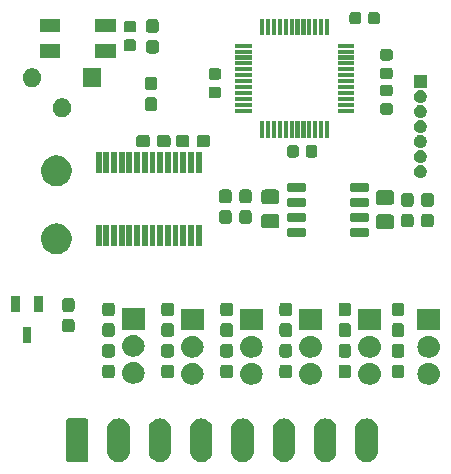
<source format=gbr>
G04 #@! TF.GenerationSoftware,KiCad,Pcbnew,(5.1.4)-1*
G04 #@! TF.CreationDate,2021-04-18T18:25:46+02:00*
G04 #@! TF.ProjectId,KUPS-DIM-6CVLED,4b555053-2d44-4494-9d2d-3643564c4544,V00.03*
G04 #@! TF.SameCoordinates,Original*
G04 #@! TF.FileFunction,Soldermask,Bot*
G04 #@! TF.FilePolarity,Negative*
%FSLAX46Y46*%
G04 Gerber Fmt 4.6, Leading zero omitted, Abs format (unit mm)*
G04 Created by KiCad (PCBNEW (5.1.4)-1) date 2021-04-18 18:25:46*
%MOMM*%
%LPD*%
G04 APERTURE LIST*
%ADD10C,0.100000*%
G04 APERTURE END LIST*
D10*
G36*
X100936428Y-135862761D02*
G01*
X101037827Y-135893520D01*
X101115696Y-135917141D01*
X101280904Y-136005447D01*
X101425712Y-136124288D01*
X101544553Y-136269096D01*
X101632859Y-136434303D01*
X101687239Y-136613572D01*
X101701000Y-136753288D01*
X101701000Y-138646712D01*
X101687239Y-138786428D01*
X101632859Y-138965697D01*
X101544553Y-139130904D01*
X101425712Y-139275712D01*
X101280904Y-139394553D01*
X101115697Y-139482859D01*
X101041668Y-139505315D01*
X100936429Y-139537239D01*
X100750000Y-139555601D01*
X100563572Y-139537239D01*
X100458333Y-139505315D01*
X100384304Y-139482859D01*
X100219097Y-139394553D01*
X100074289Y-139275712D01*
X99955448Y-139130904D01*
X99867142Y-138965697D01*
X99812762Y-138786428D01*
X99799001Y-138646712D01*
X99799000Y-136753289D01*
X99812761Y-136613573D01*
X99812762Y-136613571D01*
X99867140Y-136434308D01*
X99867141Y-136434304D01*
X99955447Y-136269096D01*
X100074288Y-136124288D01*
X100219096Y-136005447D01*
X100384303Y-135917141D01*
X100462172Y-135893520D01*
X100563571Y-135862761D01*
X100750000Y-135844399D01*
X100936428Y-135862761D01*
X100936428Y-135862761D01*
G37*
G36*
X121936428Y-135862761D02*
G01*
X122037827Y-135893520D01*
X122115696Y-135917141D01*
X122280904Y-136005447D01*
X122425712Y-136124288D01*
X122544553Y-136269096D01*
X122632859Y-136434303D01*
X122687239Y-136613572D01*
X122701000Y-136753288D01*
X122701000Y-138646712D01*
X122687239Y-138786428D01*
X122632859Y-138965697D01*
X122544553Y-139130904D01*
X122425712Y-139275712D01*
X122280904Y-139394553D01*
X122115697Y-139482859D01*
X122041668Y-139505315D01*
X121936429Y-139537239D01*
X121750000Y-139555601D01*
X121563572Y-139537239D01*
X121458333Y-139505315D01*
X121384304Y-139482859D01*
X121219097Y-139394553D01*
X121074289Y-139275712D01*
X120955448Y-139130904D01*
X120867142Y-138965697D01*
X120812762Y-138786428D01*
X120799001Y-138646712D01*
X120799000Y-136753289D01*
X120812761Y-136613573D01*
X120812762Y-136613571D01*
X120867140Y-136434308D01*
X120867141Y-136434304D01*
X120955447Y-136269096D01*
X121074288Y-136124288D01*
X121219096Y-136005447D01*
X121384303Y-135917141D01*
X121462172Y-135893520D01*
X121563571Y-135862761D01*
X121750000Y-135844399D01*
X121936428Y-135862761D01*
X121936428Y-135862761D01*
G37*
G36*
X118436428Y-135862761D02*
G01*
X118537827Y-135893520D01*
X118615696Y-135917141D01*
X118780904Y-136005447D01*
X118925712Y-136124288D01*
X119044553Y-136269096D01*
X119132859Y-136434303D01*
X119187239Y-136613572D01*
X119201000Y-136753288D01*
X119201000Y-138646712D01*
X119187239Y-138786428D01*
X119132859Y-138965697D01*
X119044553Y-139130904D01*
X118925712Y-139275712D01*
X118780904Y-139394553D01*
X118615697Y-139482859D01*
X118541668Y-139505315D01*
X118436429Y-139537239D01*
X118250000Y-139555601D01*
X118063572Y-139537239D01*
X117958333Y-139505315D01*
X117884304Y-139482859D01*
X117719097Y-139394553D01*
X117574289Y-139275712D01*
X117455448Y-139130904D01*
X117367142Y-138965697D01*
X117312762Y-138786428D01*
X117299001Y-138646712D01*
X117299000Y-136753289D01*
X117312761Y-136613573D01*
X117312762Y-136613571D01*
X117367140Y-136434308D01*
X117367141Y-136434304D01*
X117455447Y-136269096D01*
X117574288Y-136124288D01*
X117719096Y-136005447D01*
X117884303Y-135917141D01*
X117962172Y-135893520D01*
X118063571Y-135862761D01*
X118250000Y-135844399D01*
X118436428Y-135862761D01*
X118436428Y-135862761D01*
G37*
G36*
X114936428Y-135862761D02*
G01*
X115037827Y-135893520D01*
X115115696Y-135917141D01*
X115280904Y-136005447D01*
X115425712Y-136124288D01*
X115544553Y-136269096D01*
X115632859Y-136434303D01*
X115687239Y-136613572D01*
X115701000Y-136753288D01*
X115701000Y-138646712D01*
X115687239Y-138786428D01*
X115632859Y-138965697D01*
X115544553Y-139130904D01*
X115425712Y-139275712D01*
X115280904Y-139394553D01*
X115115697Y-139482859D01*
X115041668Y-139505315D01*
X114936429Y-139537239D01*
X114750000Y-139555601D01*
X114563572Y-139537239D01*
X114458333Y-139505315D01*
X114384304Y-139482859D01*
X114219097Y-139394553D01*
X114074289Y-139275712D01*
X113955448Y-139130904D01*
X113867142Y-138965697D01*
X113812762Y-138786428D01*
X113799001Y-138646712D01*
X113799000Y-136753289D01*
X113812761Y-136613573D01*
X113812762Y-136613571D01*
X113867140Y-136434308D01*
X113867141Y-136434304D01*
X113955447Y-136269096D01*
X114074288Y-136124288D01*
X114219096Y-136005447D01*
X114384303Y-135917141D01*
X114462172Y-135893520D01*
X114563571Y-135862761D01*
X114750000Y-135844399D01*
X114936428Y-135862761D01*
X114936428Y-135862761D01*
G37*
G36*
X111436428Y-135862761D02*
G01*
X111537827Y-135893520D01*
X111615696Y-135917141D01*
X111780904Y-136005447D01*
X111925712Y-136124288D01*
X112044553Y-136269096D01*
X112132859Y-136434303D01*
X112187239Y-136613572D01*
X112201000Y-136753288D01*
X112201000Y-138646712D01*
X112187239Y-138786428D01*
X112132859Y-138965697D01*
X112044553Y-139130904D01*
X111925712Y-139275712D01*
X111780904Y-139394553D01*
X111615697Y-139482859D01*
X111541668Y-139505315D01*
X111436429Y-139537239D01*
X111250000Y-139555601D01*
X111063572Y-139537239D01*
X110958333Y-139505315D01*
X110884304Y-139482859D01*
X110719097Y-139394553D01*
X110574289Y-139275712D01*
X110455448Y-139130904D01*
X110367142Y-138965697D01*
X110312762Y-138786428D01*
X110299001Y-138646712D01*
X110299000Y-136753289D01*
X110312761Y-136613573D01*
X110312762Y-136613571D01*
X110367140Y-136434308D01*
X110367141Y-136434304D01*
X110455447Y-136269096D01*
X110574288Y-136124288D01*
X110719096Y-136005447D01*
X110884303Y-135917141D01*
X110962172Y-135893520D01*
X111063571Y-135862761D01*
X111250000Y-135844399D01*
X111436428Y-135862761D01*
X111436428Y-135862761D01*
G37*
G36*
X107936428Y-135862761D02*
G01*
X108037827Y-135893520D01*
X108115696Y-135917141D01*
X108280904Y-136005447D01*
X108425712Y-136124288D01*
X108544553Y-136269096D01*
X108632859Y-136434303D01*
X108687239Y-136613572D01*
X108701000Y-136753288D01*
X108701000Y-138646712D01*
X108687239Y-138786428D01*
X108632859Y-138965697D01*
X108544553Y-139130904D01*
X108425712Y-139275712D01*
X108280904Y-139394553D01*
X108115697Y-139482859D01*
X108041668Y-139505315D01*
X107936429Y-139537239D01*
X107750000Y-139555601D01*
X107563572Y-139537239D01*
X107458333Y-139505315D01*
X107384304Y-139482859D01*
X107219097Y-139394553D01*
X107074289Y-139275712D01*
X106955448Y-139130904D01*
X106867142Y-138965697D01*
X106812762Y-138786428D01*
X106799001Y-138646712D01*
X106799000Y-136753289D01*
X106812761Y-136613573D01*
X106812762Y-136613571D01*
X106867140Y-136434308D01*
X106867141Y-136434304D01*
X106955447Y-136269096D01*
X107074288Y-136124288D01*
X107219096Y-136005447D01*
X107384303Y-135917141D01*
X107462172Y-135893520D01*
X107563571Y-135862761D01*
X107750000Y-135844399D01*
X107936428Y-135862761D01*
X107936428Y-135862761D01*
G37*
G36*
X104436428Y-135862761D02*
G01*
X104537827Y-135893520D01*
X104615696Y-135917141D01*
X104780904Y-136005447D01*
X104925712Y-136124288D01*
X105044553Y-136269096D01*
X105132859Y-136434303D01*
X105187239Y-136613572D01*
X105201000Y-136753288D01*
X105201000Y-138646712D01*
X105187239Y-138786428D01*
X105132859Y-138965697D01*
X105044553Y-139130904D01*
X104925712Y-139275712D01*
X104780904Y-139394553D01*
X104615697Y-139482859D01*
X104541668Y-139505315D01*
X104436429Y-139537239D01*
X104250000Y-139555601D01*
X104063572Y-139537239D01*
X103958333Y-139505315D01*
X103884304Y-139482859D01*
X103719097Y-139394553D01*
X103574289Y-139275712D01*
X103455448Y-139130904D01*
X103367142Y-138965697D01*
X103312762Y-138786428D01*
X103299001Y-138646712D01*
X103299000Y-136753289D01*
X103312761Y-136613573D01*
X103312762Y-136613571D01*
X103367140Y-136434308D01*
X103367141Y-136434304D01*
X103455447Y-136269096D01*
X103574288Y-136124288D01*
X103719096Y-136005447D01*
X103884303Y-135917141D01*
X103962172Y-135893520D01*
X104063571Y-135862761D01*
X104250000Y-135844399D01*
X104436428Y-135862761D01*
X104436428Y-135862761D01*
G37*
G36*
X98002878Y-135853848D02*
G01*
X98049029Y-135867847D01*
X98091554Y-135890578D01*
X98128830Y-135921170D01*
X98159422Y-135958446D01*
X98182153Y-136000971D01*
X98196152Y-136047122D01*
X98201000Y-136096344D01*
X98201000Y-139303656D01*
X98196152Y-139352878D01*
X98182153Y-139399029D01*
X98159422Y-139441554D01*
X98128830Y-139478830D01*
X98091554Y-139509422D01*
X98049029Y-139532153D01*
X98002878Y-139546152D01*
X97953656Y-139551000D01*
X96546344Y-139551000D01*
X96497122Y-139546152D01*
X96450971Y-139532153D01*
X96408446Y-139509422D01*
X96371170Y-139478830D01*
X96340578Y-139441554D01*
X96317847Y-139399029D01*
X96303848Y-139352878D01*
X96299000Y-139303656D01*
X96299000Y-136096344D01*
X96303848Y-136047122D01*
X96317847Y-136000971D01*
X96340578Y-135958446D01*
X96371170Y-135921170D01*
X96408446Y-135890578D01*
X96450971Y-135867847D01*
X96497122Y-135853848D01*
X96546344Y-135849000D01*
X97953656Y-135849000D01*
X98002878Y-135853848D01*
X98002878Y-135853848D01*
G37*
G36*
X122219592Y-131183414D02*
G01*
X122360923Y-131226287D01*
X122391084Y-131235436D01*
X122540087Y-131315080D01*
X122549125Y-131319911D01*
X122687652Y-131433598D01*
X122801339Y-131572125D01*
X122801340Y-131572127D01*
X122885814Y-131730166D01*
X122885815Y-131730170D01*
X122937836Y-131901658D01*
X122955401Y-132080000D01*
X122937836Y-132258342D01*
X122902760Y-132373969D01*
X122885814Y-132429834D01*
X122806170Y-132578837D01*
X122801339Y-132587875D01*
X122687652Y-132726402D01*
X122549125Y-132840089D01*
X122549123Y-132840090D01*
X122391084Y-132924564D01*
X122360923Y-132933713D01*
X122219592Y-132976586D01*
X122085934Y-132989750D01*
X121914066Y-132989750D01*
X121780408Y-132976586D01*
X121639077Y-132933713D01*
X121608916Y-132924564D01*
X121450877Y-132840090D01*
X121450875Y-132840089D01*
X121312348Y-132726402D01*
X121198661Y-132587875D01*
X121193830Y-132578837D01*
X121114186Y-132429834D01*
X121097240Y-132373969D01*
X121062164Y-132258342D01*
X121044599Y-132080000D01*
X121062164Y-131901658D01*
X121114185Y-131730170D01*
X121114186Y-131730166D01*
X121198660Y-131572127D01*
X121198661Y-131572125D01*
X121312348Y-131433598D01*
X121450875Y-131319911D01*
X121459913Y-131315080D01*
X121608916Y-131235436D01*
X121639077Y-131226287D01*
X121780408Y-131183414D01*
X121914066Y-131170250D01*
X122085934Y-131170250D01*
X122219592Y-131183414D01*
X122219592Y-131183414D01*
G37*
G36*
X127219592Y-131183414D02*
G01*
X127360923Y-131226287D01*
X127391084Y-131235436D01*
X127540087Y-131315080D01*
X127549125Y-131319911D01*
X127687652Y-131433598D01*
X127801339Y-131572125D01*
X127801340Y-131572127D01*
X127885814Y-131730166D01*
X127885815Y-131730170D01*
X127937836Y-131901658D01*
X127955401Y-132080000D01*
X127937836Y-132258342D01*
X127902760Y-132373969D01*
X127885814Y-132429834D01*
X127806170Y-132578837D01*
X127801339Y-132587875D01*
X127687652Y-132726402D01*
X127549125Y-132840089D01*
X127549123Y-132840090D01*
X127391084Y-132924564D01*
X127360923Y-132933713D01*
X127219592Y-132976586D01*
X127085934Y-132989750D01*
X126914066Y-132989750D01*
X126780408Y-132976586D01*
X126639077Y-132933713D01*
X126608916Y-132924564D01*
X126450877Y-132840090D01*
X126450875Y-132840089D01*
X126312348Y-132726402D01*
X126198661Y-132587875D01*
X126193830Y-132578837D01*
X126114186Y-132429834D01*
X126097240Y-132373969D01*
X126062164Y-132258342D01*
X126044599Y-132080000D01*
X126062164Y-131901658D01*
X126114185Y-131730170D01*
X126114186Y-131730166D01*
X126198660Y-131572127D01*
X126198661Y-131572125D01*
X126312348Y-131433598D01*
X126450875Y-131319911D01*
X126459913Y-131315080D01*
X126608916Y-131235436D01*
X126639077Y-131226287D01*
X126780408Y-131183414D01*
X126914066Y-131170250D01*
X127085934Y-131170250D01*
X127219592Y-131183414D01*
X127219592Y-131183414D01*
G37*
G36*
X107219592Y-131183414D02*
G01*
X107360923Y-131226287D01*
X107391084Y-131235436D01*
X107540087Y-131315080D01*
X107549125Y-131319911D01*
X107687652Y-131433598D01*
X107801339Y-131572125D01*
X107801340Y-131572127D01*
X107885814Y-131730166D01*
X107885815Y-131730170D01*
X107937836Y-131901658D01*
X107955401Y-132080000D01*
X107937836Y-132258342D01*
X107902760Y-132373969D01*
X107885814Y-132429834D01*
X107806170Y-132578837D01*
X107801339Y-132587875D01*
X107687652Y-132726402D01*
X107549125Y-132840089D01*
X107549123Y-132840090D01*
X107391084Y-132924564D01*
X107360923Y-132933713D01*
X107219592Y-132976586D01*
X107085934Y-132989750D01*
X106914066Y-132989750D01*
X106780408Y-132976586D01*
X106639077Y-132933713D01*
X106608916Y-132924564D01*
X106450877Y-132840090D01*
X106450875Y-132840089D01*
X106312348Y-132726402D01*
X106198661Y-132587875D01*
X106193830Y-132578837D01*
X106114186Y-132429834D01*
X106097240Y-132373969D01*
X106062164Y-132258342D01*
X106044599Y-132080000D01*
X106062164Y-131901658D01*
X106114185Y-131730170D01*
X106114186Y-131730166D01*
X106198660Y-131572127D01*
X106198661Y-131572125D01*
X106312348Y-131433598D01*
X106450875Y-131319911D01*
X106459913Y-131315080D01*
X106608916Y-131235436D01*
X106639077Y-131226287D01*
X106780408Y-131183414D01*
X106914066Y-131170250D01*
X107085934Y-131170250D01*
X107219592Y-131183414D01*
X107219592Y-131183414D01*
G37*
G36*
X112219592Y-131183414D02*
G01*
X112360923Y-131226287D01*
X112391084Y-131235436D01*
X112540087Y-131315080D01*
X112549125Y-131319911D01*
X112687652Y-131433598D01*
X112801339Y-131572125D01*
X112801340Y-131572127D01*
X112885814Y-131730166D01*
X112885815Y-131730170D01*
X112937836Y-131901658D01*
X112955401Y-132080000D01*
X112937836Y-132258342D01*
X112902760Y-132373969D01*
X112885814Y-132429834D01*
X112806170Y-132578837D01*
X112801339Y-132587875D01*
X112687652Y-132726402D01*
X112549125Y-132840089D01*
X112549123Y-132840090D01*
X112391084Y-132924564D01*
X112360923Y-132933713D01*
X112219592Y-132976586D01*
X112085934Y-132989750D01*
X111914066Y-132989750D01*
X111780408Y-132976586D01*
X111639077Y-132933713D01*
X111608916Y-132924564D01*
X111450877Y-132840090D01*
X111450875Y-132840089D01*
X111312348Y-132726402D01*
X111198661Y-132587875D01*
X111193830Y-132578837D01*
X111114186Y-132429834D01*
X111097240Y-132373969D01*
X111062164Y-132258342D01*
X111044599Y-132080000D01*
X111062164Y-131901658D01*
X111114185Y-131730170D01*
X111114186Y-131730166D01*
X111198660Y-131572127D01*
X111198661Y-131572125D01*
X111312348Y-131433598D01*
X111450875Y-131319911D01*
X111459913Y-131315080D01*
X111608916Y-131235436D01*
X111639077Y-131226287D01*
X111780408Y-131183414D01*
X111914066Y-131170250D01*
X112085934Y-131170250D01*
X112219592Y-131183414D01*
X112219592Y-131183414D01*
G37*
G36*
X117219592Y-131183414D02*
G01*
X117360923Y-131226287D01*
X117391084Y-131235436D01*
X117540087Y-131315080D01*
X117549125Y-131319911D01*
X117687652Y-131433598D01*
X117801339Y-131572125D01*
X117801340Y-131572127D01*
X117885814Y-131730166D01*
X117885815Y-131730170D01*
X117937836Y-131901658D01*
X117955401Y-132080000D01*
X117937836Y-132258342D01*
X117902760Y-132373969D01*
X117885814Y-132429834D01*
X117806170Y-132578837D01*
X117801339Y-132587875D01*
X117687652Y-132726402D01*
X117549125Y-132840089D01*
X117549123Y-132840090D01*
X117391084Y-132924564D01*
X117360923Y-132933713D01*
X117219592Y-132976586D01*
X117085934Y-132989750D01*
X116914066Y-132989750D01*
X116780408Y-132976586D01*
X116639077Y-132933713D01*
X116608916Y-132924564D01*
X116450877Y-132840090D01*
X116450875Y-132840089D01*
X116312348Y-132726402D01*
X116198661Y-132587875D01*
X116193830Y-132578837D01*
X116114186Y-132429834D01*
X116097240Y-132373969D01*
X116062164Y-132258342D01*
X116044599Y-132080000D01*
X116062164Y-131901658D01*
X116114185Y-131730170D01*
X116114186Y-131730166D01*
X116198660Y-131572127D01*
X116198661Y-131572125D01*
X116312348Y-131433598D01*
X116450875Y-131319911D01*
X116459913Y-131315080D01*
X116608916Y-131235436D01*
X116639077Y-131226287D01*
X116780408Y-131183414D01*
X116914066Y-131170250D01*
X117085934Y-131170250D01*
X117219592Y-131183414D01*
X117219592Y-131183414D01*
G37*
G36*
X102219592Y-131103414D02*
G01*
X102360923Y-131146287D01*
X102391084Y-131155436D01*
X102540087Y-131235080D01*
X102549125Y-131239911D01*
X102687652Y-131353598D01*
X102801339Y-131492125D01*
X102801340Y-131492127D01*
X102885814Y-131650166D01*
X102885815Y-131650170D01*
X102937836Y-131821658D01*
X102955401Y-132000000D01*
X102937836Y-132178342D01*
X102913568Y-132258342D01*
X102885814Y-132349834D01*
X102834440Y-132445947D01*
X102801339Y-132507875D01*
X102687652Y-132646402D01*
X102549125Y-132760089D01*
X102549123Y-132760090D01*
X102391084Y-132844564D01*
X102360923Y-132853713D01*
X102219592Y-132896586D01*
X102085934Y-132909750D01*
X101914066Y-132909750D01*
X101780408Y-132896586D01*
X101639077Y-132853713D01*
X101608916Y-132844564D01*
X101450877Y-132760090D01*
X101450875Y-132760089D01*
X101312348Y-132646402D01*
X101198661Y-132507875D01*
X101165560Y-132445947D01*
X101114186Y-132349834D01*
X101086432Y-132258342D01*
X101062164Y-132178342D01*
X101044599Y-132000000D01*
X101062164Y-131821658D01*
X101114185Y-131650170D01*
X101114186Y-131650166D01*
X101198660Y-131492127D01*
X101198661Y-131492125D01*
X101312348Y-131353598D01*
X101450875Y-131239911D01*
X101459913Y-131235080D01*
X101608916Y-131155436D01*
X101639077Y-131146287D01*
X101780408Y-131103414D01*
X101914066Y-131090250D01*
X102085934Y-131090250D01*
X102219592Y-131103414D01*
X102219592Y-131103414D01*
G37*
G36*
X120224346Y-131303933D02*
G01*
X120271318Y-131318181D01*
X120314606Y-131341319D01*
X120352545Y-131372455D01*
X120383681Y-131410394D01*
X120406819Y-131453682D01*
X120421067Y-131500654D01*
X120426000Y-131550733D01*
X120426000Y-132199267D01*
X120421067Y-132249346D01*
X120406819Y-132296318D01*
X120383681Y-132339606D01*
X120352545Y-132377545D01*
X120314606Y-132408681D01*
X120271318Y-132431819D01*
X120224346Y-132446067D01*
X120174267Y-132451000D01*
X119625733Y-132451000D01*
X119575654Y-132446067D01*
X119528682Y-132431819D01*
X119485394Y-132408681D01*
X119447455Y-132377545D01*
X119416319Y-132339606D01*
X119393181Y-132296318D01*
X119378933Y-132249346D01*
X119374000Y-132199267D01*
X119374000Y-131550733D01*
X119378933Y-131500654D01*
X119393181Y-131453682D01*
X119416319Y-131410394D01*
X119447455Y-131372455D01*
X119485394Y-131341319D01*
X119528682Y-131318181D01*
X119575654Y-131303933D01*
X119625733Y-131299000D01*
X120174267Y-131299000D01*
X120224346Y-131303933D01*
X120224346Y-131303933D01*
G37*
G36*
X115224346Y-131303933D02*
G01*
X115271318Y-131318181D01*
X115314606Y-131341319D01*
X115352545Y-131372455D01*
X115383681Y-131410394D01*
X115406819Y-131453682D01*
X115421067Y-131500654D01*
X115426000Y-131550733D01*
X115426000Y-132199267D01*
X115421067Y-132249346D01*
X115406819Y-132296318D01*
X115383681Y-132339606D01*
X115352545Y-132377545D01*
X115314606Y-132408681D01*
X115271318Y-132431819D01*
X115224346Y-132446067D01*
X115174267Y-132451000D01*
X114625733Y-132451000D01*
X114575654Y-132446067D01*
X114528682Y-132431819D01*
X114485394Y-132408681D01*
X114447455Y-132377545D01*
X114416319Y-132339606D01*
X114393181Y-132296318D01*
X114378933Y-132249346D01*
X114374000Y-132199267D01*
X114374000Y-131550733D01*
X114378933Y-131500654D01*
X114393181Y-131453682D01*
X114416319Y-131410394D01*
X114447455Y-131372455D01*
X114485394Y-131341319D01*
X114528682Y-131318181D01*
X114575654Y-131303933D01*
X114625733Y-131299000D01*
X115174267Y-131299000D01*
X115224346Y-131303933D01*
X115224346Y-131303933D01*
G37*
G36*
X110224346Y-131303933D02*
G01*
X110271318Y-131318181D01*
X110314606Y-131341319D01*
X110352545Y-131372455D01*
X110383681Y-131410394D01*
X110406819Y-131453682D01*
X110421067Y-131500654D01*
X110426000Y-131550733D01*
X110426000Y-132199267D01*
X110421067Y-132249346D01*
X110406819Y-132296318D01*
X110383681Y-132339606D01*
X110352545Y-132377545D01*
X110314606Y-132408681D01*
X110271318Y-132431819D01*
X110224346Y-132446067D01*
X110174267Y-132451000D01*
X109625733Y-132451000D01*
X109575654Y-132446067D01*
X109528682Y-132431819D01*
X109485394Y-132408681D01*
X109447455Y-132377545D01*
X109416319Y-132339606D01*
X109393181Y-132296318D01*
X109378933Y-132249346D01*
X109374000Y-132199267D01*
X109374000Y-131550733D01*
X109378933Y-131500654D01*
X109393181Y-131453682D01*
X109416319Y-131410394D01*
X109447455Y-131372455D01*
X109485394Y-131341319D01*
X109528682Y-131318181D01*
X109575654Y-131303933D01*
X109625733Y-131299000D01*
X110174267Y-131299000D01*
X110224346Y-131303933D01*
X110224346Y-131303933D01*
G37*
G36*
X105224346Y-131303933D02*
G01*
X105271318Y-131318181D01*
X105314606Y-131341319D01*
X105352545Y-131372455D01*
X105383681Y-131410394D01*
X105406819Y-131453682D01*
X105421067Y-131500654D01*
X105426000Y-131550733D01*
X105426000Y-132199267D01*
X105421067Y-132249346D01*
X105406819Y-132296318D01*
X105383681Y-132339606D01*
X105352545Y-132377545D01*
X105314606Y-132408681D01*
X105271318Y-132431819D01*
X105224346Y-132446067D01*
X105174267Y-132451000D01*
X104625733Y-132451000D01*
X104575654Y-132446067D01*
X104528682Y-132431819D01*
X104485394Y-132408681D01*
X104447455Y-132377545D01*
X104416319Y-132339606D01*
X104393181Y-132296318D01*
X104378933Y-132249346D01*
X104374000Y-132199267D01*
X104374000Y-131550733D01*
X104378933Y-131500654D01*
X104393181Y-131453682D01*
X104416319Y-131410394D01*
X104447455Y-131372455D01*
X104485394Y-131341319D01*
X104528682Y-131318181D01*
X104575654Y-131303933D01*
X104625733Y-131299000D01*
X105174267Y-131299000D01*
X105224346Y-131303933D01*
X105224346Y-131303933D01*
G37*
G36*
X100224346Y-131303933D02*
G01*
X100271318Y-131318181D01*
X100314606Y-131341319D01*
X100352545Y-131372455D01*
X100383681Y-131410394D01*
X100406819Y-131453682D01*
X100421067Y-131500654D01*
X100426000Y-131550733D01*
X100426000Y-132199267D01*
X100421067Y-132249346D01*
X100406819Y-132296318D01*
X100383681Y-132339606D01*
X100352545Y-132377545D01*
X100314606Y-132408681D01*
X100271318Y-132431819D01*
X100224346Y-132446067D01*
X100174267Y-132451000D01*
X99625733Y-132451000D01*
X99575654Y-132446067D01*
X99528682Y-132431819D01*
X99485394Y-132408681D01*
X99447455Y-132377545D01*
X99416319Y-132339606D01*
X99393181Y-132296318D01*
X99378933Y-132249346D01*
X99374000Y-132199267D01*
X99374000Y-131550733D01*
X99378933Y-131500654D01*
X99393181Y-131453682D01*
X99416319Y-131410394D01*
X99447455Y-131372455D01*
X99485394Y-131341319D01*
X99528682Y-131318181D01*
X99575654Y-131303933D01*
X99625733Y-131299000D01*
X100174267Y-131299000D01*
X100224346Y-131303933D01*
X100224346Y-131303933D01*
G37*
G36*
X124724346Y-131303933D02*
G01*
X124771318Y-131318181D01*
X124814606Y-131341319D01*
X124852545Y-131372455D01*
X124883681Y-131410394D01*
X124906819Y-131453682D01*
X124921067Y-131500654D01*
X124926000Y-131550733D01*
X124926000Y-132199267D01*
X124921067Y-132249346D01*
X124906819Y-132296318D01*
X124883681Y-132339606D01*
X124852545Y-132377545D01*
X124814606Y-132408681D01*
X124771318Y-132431819D01*
X124724346Y-132446067D01*
X124674267Y-132451000D01*
X124125733Y-132451000D01*
X124075654Y-132446067D01*
X124028682Y-132431819D01*
X123985394Y-132408681D01*
X123947455Y-132377545D01*
X123916319Y-132339606D01*
X123893181Y-132296318D01*
X123878933Y-132249346D01*
X123874000Y-132199267D01*
X123874000Y-131550733D01*
X123878933Y-131500654D01*
X123893181Y-131453682D01*
X123916319Y-131410394D01*
X123947455Y-131372455D01*
X123985394Y-131341319D01*
X124028682Y-131318181D01*
X124075654Y-131303933D01*
X124125733Y-131299000D01*
X124674267Y-131299000D01*
X124724346Y-131303933D01*
X124724346Y-131303933D01*
G37*
G36*
X115224346Y-129553933D02*
G01*
X115271318Y-129568181D01*
X115314606Y-129591319D01*
X115352545Y-129622455D01*
X115383681Y-129660394D01*
X115406819Y-129703682D01*
X115421067Y-129750654D01*
X115426000Y-129800733D01*
X115426000Y-130449267D01*
X115421067Y-130499346D01*
X115406819Y-130546318D01*
X115383681Y-130589606D01*
X115352545Y-130627545D01*
X115314606Y-130658681D01*
X115271318Y-130681819D01*
X115224346Y-130696067D01*
X115174267Y-130701000D01*
X114625733Y-130701000D01*
X114575654Y-130696067D01*
X114528682Y-130681819D01*
X114485394Y-130658681D01*
X114447455Y-130627545D01*
X114416319Y-130589606D01*
X114393181Y-130546318D01*
X114378933Y-130499346D01*
X114374000Y-130449267D01*
X114374000Y-129800733D01*
X114378933Y-129750654D01*
X114393181Y-129703682D01*
X114416319Y-129660394D01*
X114447455Y-129622455D01*
X114485394Y-129591319D01*
X114528682Y-129568181D01*
X114575654Y-129553933D01*
X114625733Y-129549000D01*
X115174267Y-129549000D01*
X115224346Y-129553933D01*
X115224346Y-129553933D01*
G37*
G36*
X110224346Y-129553933D02*
G01*
X110271318Y-129568181D01*
X110314606Y-129591319D01*
X110352545Y-129622455D01*
X110383681Y-129660394D01*
X110406819Y-129703682D01*
X110421067Y-129750654D01*
X110426000Y-129800733D01*
X110426000Y-130449267D01*
X110421067Y-130499346D01*
X110406819Y-130546318D01*
X110383681Y-130589606D01*
X110352545Y-130627545D01*
X110314606Y-130658681D01*
X110271318Y-130681819D01*
X110224346Y-130696067D01*
X110174267Y-130701000D01*
X109625733Y-130701000D01*
X109575654Y-130696067D01*
X109528682Y-130681819D01*
X109485394Y-130658681D01*
X109447455Y-130627545D01*
X109416319Y-130589606D01*
X109393181Y-130546318D01*
X109378933Y-130499346D01*
X109374000Y-130449267D01*
X109374000Y-129800733D01*
X109378933Y-129750654D01*
X109393181Y-129703682D01*
X109416319Y-129660394D01*
X109447455Y-129622455D01*
X109485394Y-129591319D01*
X109528682Y-129568181D01*
X109575654Y-129553933D01*
X109625733Y-129549000D01*
X110174267Y-129549000D01*
X110224346Y-129553933D01*
X110224346Y-129553933D01*
G37*
G36*
X120224346Y-129553933D02*
G01*
X120271318Y-129568181D01*
X120314606Y-129591319D01*
X120352545Y-129622455D01*
X120383681Y-129660394D01*
X120406819Y-129703682D01*
X120421067Y-129750654D01*
X120426000Y-129800733D01*
X120426000Y-130449267D01*
X120421067Y-130499346D01*
X120406819Y-130546318D01*
X120383681Y-130589606D01*
X120352545Y-130627545D01*
X120314606Y-130658681D01*
X120271318Y-130681819D01*
X120224346Y-130696067D01*
X120174267Y-130701000D01*
X119625733Y-130701000D01*
X119575654Y-130696067D01*
X119528682Y-130681819D01*
X119485394Y-130658681D01*
X119447455Y-130627545D01*
X119416319Y-130589606D01*
X119393181Y-130546318D01*
X119378933Y-130499346D01*
X119374000Y-130449267D01*
X119374000Y-129800733D01*
X119378933Y-129750654D01*
X119393181Y-129703682D01*
X119416319Y-129660394D01*
X119447455Y-129622455D01*
X119485394Y-129591319D01*
X119528682Y-129568181D01*
X119575654Y-129553933D01*
X119625733Y-129549000D01*
X120174267Y-129549000D01*
X120224346Y-129553933D01*
X120224346Y-129553933D01*
G37*
G36*
X124724346Y-129553933D02*
G01*
X124771318Y-129568181D01*
X124814606Y-129591319D01*
X124852545Y-129622455D01*
X124883681Y-129660394D01*
X124906819Y-129703682D01*
X124921067Y-129750654D01*
X124926000Y-129800733D01*
X124926000Y-130449267D01*
X124921067Y-130499346D01*
X124906819Y-130546318D01*
X124883681Y-130589606D01*
X124852545Y-130627545D01*
X124814606Y-130658681D01*
X124771318Y-130681819D01*
X124724346Y-130696067D01*
X124674267Y-130701000D01*
X124125733Y-130701000D01*
X124075654Y-130696067D01*
X124028682Y-130681819D01*
X123985394Y-130658681D01*
X123947455Y-130627545D01*
X123916319Y-130589606D01*
X123893181Y-130546318D01*
X123878933Y-130499346D01*
X123874000Y-130449267D01*
X123874000Y-129800733D01*
X123878933Y-129750654D01*
X123893181Y-129703682D01*
X123916319Y-129660394D01*
X123947455Y-129622455D01*
X123985394Y-129591319D01*
X124028682Y-129568181D01*
X124075654Y-129553933D01*
X124125733Y-129549000D01*
X124674267Y-129549000D01*
X124724346Y-129553933D01*
X124724346Y-129553933D01*
G37*
G36*
X100224346Y-129553933D02*
G01*
X100271318Y-129568181D01*
X100314606Y-129591319D01*
X100352545Y-129622455D01*
X100383681Y-129660394D01*
X100406819Y-129703682D01*
X100421067Y-129750654D01*
X100426000Y-129800733D01*
X100426000Y-130449267D01*
X100421067Y-130499346D01*
X100406819Y-130546318D01*
X100383681Y-130589606D01*
X100352545Y-130627545D01*
X100314606Y-130658681D01*
X100271318Y-130681819D01*
X100224346Y-130696067D01*
X100174267Y-130701000D01*
X99625733Y-130701000D01*
X99575654Y-130696067D01*
X99528682Y-130681819D01*
X99485394Y-130658681D01*
X99447455Y-130627545D01*
X99416319Y-130589606D01*
X99393181Y-130546318D01*
X99378933Y-130499346D01*
X99374000Y-130449267D01*
X99374000Y-129800733D01*
X99378933Y-129750654D01*
X99393181Y-129703682D01*
X99416319Y-129660394D01*
X99447455Y-129622455D01*
X99485394Y-129591319D01*
X99528682Y-129568181D01*
X99575654Y-129553933D01*
X99625733Y-129549000D01*
X100174267Y-129549000D01*
X100224346Y-129553933D01*
X100224346Y-129553933D01*
G37*
G36*
X105224346Y-129553933D02*
G01*
X105271318Y-129568181D01*
X105314606Y-129591319D01*
X105352545Y-129622455D01*
X105383681Y-129660394D01*
X105406819Y-129703682D01*
X105421067Y-129750654D01*
X105426000Y-129800733D01*
X105426000Y-130449267D01*
X105421067Y-130499346D01*
X105406819Y-130546318D01*
X105383681Y-130589606D01*
X105352545Y-130627545D01*
X105314606Y-130658681D01*
X105271318Y-130681819D01*
X105224346Y-130696067D01*
X105174267Y-130701000D01*
X104625733Y-130701000D01*
X104575654Y-130696067D01*
X104528682Y-130681819D01*
X104485394Y-130658681D01*
X104447455Y-130627545D01*
X104416319Y-130589606D01*
X104393181Y-130546318D01*
X104378933Y-130499346D01*
X104374000Y-130449267D01*
X104374000Y-129800733D01*
X104378933Y-129750654D01*
X104393181Y-129703682D01*
X104416319Y-129660394D01*
X104447455Y-129622455D01*
X104485394Y-129591319D01*
X104528682Y-129568181D01*
X104575654Y-129553933D01*
X104625733Y-129549000D01*
X105174267Y-129549000D01*
X105224346Y-129553933D01*
X105224346Y-129553933D01*
G37*
G36*
X107219592Y-128893414D02*
G01*
X107360923Y-128936287D01*
X107391084Y-128945436D01*
X107540087Y-129025080D01*
X107549125Y-129029911D01*
X107687652Y-129143598D01*
X107801339Y-129282125D01*
X107801340Y-129282127D01*
X107885814Y-129440166D01*
X107885815Y-129440170D01*
X107937836Y-129611658D01*
X107955401Y-129790000D01*
X107937836Y-129968342D01*
X107894963Y-130109673D01*
X107885814Y-130139834D01*
X107806170Y-130288837D01*
X107801339Y-130297875D01*
X107687652Y-130436402D01*
X107549125Y-130550089D01*
X107549123Y-130550090D01*
X107391084Y-130634564D01*
X107360923Y-130643713D01*
X107219592Y-130686586D01*
X107085934Y-130699750D01*
X106914066Y-130699750D01*
X106780408Y-130686586D01*
X106639077Y-130643713D01*
X106608916Y-130634564D01*
X106450877Y-130550090D01*
X106450875Y-130550089D01*
X106312348Y-130436402D01*
X106198661Y-130297875D01*
X106193830Y-130288837D01*
X106114186Y-130139834D01*
X106105037Y-130109673D01*
X106062164Y-129968342D01*
X106044599Y-129790000D01*
X106062164Y-129611658D01*
X106114185Y-129440170D01*
X106114186Y-129440166D01*
X106198660Y-129282127D01*
X106198661Y-129282125D01*
X106312348Y-129143598D01*
X106450875Y-129029911D01*
X106459913Y-129025080D01*
X106608916Y-128945436D01*
X106639077Y-128936287D01*
X106780408Y-128893414D01*
X106914066Y-128880250D01*
X107085934Y-128880250D01*
X107219592Y-128893414D01*
X107219592Y-128893414D01*
G37*
G36*
X112219592Y-128893414D02*
G01*
X112360923Y-128936287D01*
X112391084Y-128945436D01*
X112540087Y-129025080D01*
X112549125Y-129029911D01*
X112687652Y-129143598D01*
X112801339Y-129282125D01*
X112801340Y-129282127D01*
X112885814Y-129440166D01*
X112885815Y-129440170D01*
X112937836Y-129611658D01*
X112955401Y-129790000D01*
X112937836Y-129968342D01*
X112894963Y-130109673D01*
X112885814Y-130139834D01*
X112806170Y-130288837D01*
X112801339Y-130297875D01*
X112687652Y-130436402D01*
X112549125Y-130550089D01*
X112549123Y-130550090D01*
X112391084Y-130634564D01*
X112360923Y-130643713D01*
X112219592Y-130686586D01*
X112085934Y-130699750D01*
X111914066Y-130699750D01*
X111780408Y-130686586D01*
X111639077Y-130643713D01*
X111608916Y-130634564D01*
X111450877Y-130550090D01*
X111450875Y-130550089D01*
X111312348Y-130436402D01*
X111198661Y-130297875D01*
X111193830Y-130288837D01*
X111114186Y-130139834D01*
X111105037Y-130109673D01*
X111062164Y-129968342D01*
X111044599Y-129790000D01*
X111062164Y-129611658D01*
X111114185Y-129440170D01*
X111114186Y-129440166D01*
X111198660Y-129282127D01*
X111198661Y-129282125D01*
X111312348Y-129143598D01*
X111450875Y-129029911D01*
X111459913Y-129025080D01*
X111608916Y-128945436D01*
X111639077Y-128936287D01*
X111780408Y-128893414D01*
X111914066Y-128880250D01*
X112085934Y-128880250D01*
X112219592Y-128893414D01*
X112219592Y-128893414D01*
G37*
G36*
X117219592Y-128893414D02*
G01*
X117360923Y-128936287D01*
X117391084Y-128945436D01*
X117540087Y-129025080D01*
X117549125Y-129029911D01*
X117687652Y-129143598D01*
X117801339Y-129282125D01*
X117801340Y-129282127D01*
X117885814Y-129440166D01*
X117885815Y-129440170D01*
X117937836Y-129611658D01*
X117955401Y-129790000D01*
X117937836Y-129968342D01*
X117894963Y-130109673D01*
X117885814Y-130139834D01*
X117806170Y-130288837D01*
X117801339Y-130297875D01*
X117687652Y-130436402D01*
X117549125Y-130550089D01*
X117549123Y-130550090D01*
X117391084Y-130634564D01*
X117360923Y-130643713D01*
X117219592Y-130686586D01*
X117085934Y-130699750D01*
X116914066Y-130699750D01*
X116780408Y-130686586D01*
X116639077Y-130643713D01*
X116608916Y-130634564D01*
X116450877Y-130550090D01*
X116450875Y-130550089D01*
X116312348Y-130436402D01*
X116198661Y-130297875D01*
X116193830Y-130288837D01*
X116114186Y-130139834D01*
X116105037Y-130109673D01*
X116062164Y-129968342D01*
X116044599Y-129790000D01*
X116062164Y-129611658D01*
X116114185Y-129440170D01*
X116114186Y-129440166D01*
X116198660Y-129282127D01*
X116198661Y-129282125D01*
X116312348Y-129143598D01*
X116450875Y-129029911D01*
X116459913Y-129025080D01*
X116608916Y-128945436D01*
X116639077Y-128936287D01*
X116780408Y-128893414D01*
X116914066Y-128880250D01*
X117085934Y-128880250D01*
X117219592Y-128893414D01*
X117219592Y-128893414D01*
G37*
G36*
X127219592Y-128893414D02*
G01*
X127360923Y-128936287D01*
X127391084Y-128945436D01*
X127540087Y-129025080D01*
X127549125Y-129029911D01*
X127687652Y-129143598D01*
X127801339Y-129282125D01*
X127801340Y-129282127D01*
X127885814Y-129440166D01*
X127885815Y-129440170D01*
X127937836Y-129611658D01*
X127955401Y-129790000D01*
X127937836Y-129968342D01*
X127894963Y-130109673D01*
X127885814Y-130139834D01*
X127806170Y-130288837D01*
X127801339Y-130297875D01*
X127687652Y-130436402D01*
X127549125Y-130550089D01*
X127549123Y-130550090D01*
X127391084Y-130634564D01*
X127360923Y-130643713D01*
X127219592Y-130686586D01*
X127085934Y-130699750D01*
X126914066Y-130699750D01*
X126780408Y-130686586D01*
X126639077Y-130643713D01*
X126608916Y-130634564D01*
X126450877Y-130550090D01*
X126450875Y-130550089D01*
X126312348Y-130436402D01*
X126198661Y-130297875D01*
X126193830Y-130288837D01*
X126114186Y-130139834D01*
X126105037Y-130109673D01*
X126062164Y-129968342D01*
X126044599Y-129790000D01*
X126062164Y-129611658D01*
X126114185Y-129440170D01*
X126114186Y-129440166D01*
X126198660Y-129282127D01*
X126198661Y-129282125D01*
X126312348Y-129143598D01*
X126450875Y-129029911D01*
X126459913Y-129025080D01*
X126608916Y-128945436D01*
X126639077Y-128936287D01*
X126780408Y-128893414D01*
X126914066Y-128880250D01*
X127085934Y-128880250D01*
X127219592Y-128893414D01*
X127219592Y-128893414D01*
G37*
G36*
X122219592Y-128893414D02*
G01*
X122360923Y-128936287D01*
X122391084Y-128945436D01*
X122540087Y-129025080D01*
X122549125Y-129029911D01*
X122687652Y-129143598D01*
X122801339Y-129282125D01*
X122801340Y-129282127D01*
X122885814Y-129440166D01*
X122885815Y-129440170D01*
X122937836Y-129611658D01*
X122955401Y-129790000D01*
X122937836Y-129968342D01*
X122894963Y-130109673D01*
X122885814Y-130139834D01*
X122806170Y-130288837D01*
X122801339Y-130297875D01*
X122687652Y-130436402D01*
X122549125Y-130550089D01*
X122549123Y-130550090D01*
X122391084Y-130634564D01*
X122360923Y-130643713D01*
X122219592Y-130686586D01*
X122085934Y-130699750D01*
X121914066Y-130699750D01*
X121780408Y-130686586D01*
X121639077Y-130643713D01*
X121608916Y-130634564D01*
X121450877Y-130550090D01*
X121450875Y-130550089D01*
X121312348Y-130436402D01*
X121198661Y-130297875D01*
X121193830Y-130288837D01*
X121114186Y-130139834D01*
X121105037Y-130109673D01*
X121062164Y-129968342D01*
X121044599Y-129790000D01*
X121062164Y-129611658D01*
X121114185Y-129440170D01*
X121114186Y-129440166D01*
X121198660Y-129282127D01*
X121198661Y-129282125D01*
X121312348Y-129143598D01*
X121450875Y-129029911D01*
X121459913Y-129025080D01*
X121608916Y-128945436D01*
X121639077Y-128936287D01*
X121780408Y-128893414D01*
X121914066Y-128880250D01*
X122085934Y-128880250D01*
X122219592Y-128893414D01*
X122219592Y-128893414D01*
G37*
G36*
X102219592Y-128813414D02*
G01*
X102360923Y-128856287D01*
X102391084Y-128865436D01*
X102515277Y-128931819D01*
X102549125Y-128949911D01*
X102687652Y-129063598D01*
X102801339Y-129202125D01*
X102801340Y-129202127D01*
X102885814Y-129360166D01*
X102885815Y-129360170D01*
X102937836Y-129531658D01*
X102955401Y-129710000D01*
X102937836Y-129888342D01*
X102913568Y-129968342D01*
X102885814Y-130059834D01*
X102806170Y-130208837D01*
X102801339Y-130217875D01*
X102687652Y-130356402D01*
X102549125Y-130470089D01*
X102549123Y-130470090D01*
X102391084Y-130554564D01*
X102360923Y-130563713D01*
X102219592Y-130606586D01*
X102085934Y-130619750D01*
X101914066Y-130619750D01*
X101780408Y-130606586D01*
X101639077Y-130563713D01*
X101608916Y-130554564D01*
X101450877Y-130470090D01*
X101450875Y-130470089D01*
X101312348Y-130356402D01*
X101198661Y-130217875D01*
X101193830Y-130208837D01*
X101114186Y-130059834D01*
X101086432Y-129968342D01*
X101062164Y-129888342D01*
X101044599Y-129710000D01*
X101062164Y-129531658D01*
X101114185Y-129360170D01*
X101114186Y-129360166D01*
X101198660Y-129202127D01*
X101198661Y-129202125D01*
X101312348Y-129063598D01*
X101450875Y-128949911D01*
X101484723Y-128931819D01*
X101608916Y-128865436D01*
X101639077Y-128856287D01*
X101780408Y-128813414D01*
X101914066Y-128800250D01*
X102085934Y-128800250D01*
X102219592Y-128813414D01*
X102219592Y-128813414D01*
G37*
G36*
X93376000Y-129471000D02*
G01*
X92624000Y-129471000D01*
X92624000Y-128149000D01*
X93376000Y-128149000D01*
X93376000Y-129471000D01*
X93376000Y-129471000D01*
G37*
G36*
X115224346Y-127803933D02*
G01*
X115271318Y-127818181D01*
X115314606Y-127841319D01*
X115352545Y-127872455D01*
X115383681Y-127910394D01*
X115406819Y-127953682D01*
X115421067Y-128000654D01*
X115426000Y-128050733D01*
X115426000Y-128699267D01*
X115421067Y-128749346D01*
X115406819Y-128796318D01*
X115383681Y-128839606D01*
X115352545Y-128877545D01*
X115314606Y-128908681D01*
X115271318Y-128931819D01*
X115224346Y-128946067D01*
X115174267Y-128951000D01*
X114625733Y-128951000D01*
X114575654Y-128946067D01*
X114528682Y-128931819D01*
X114485394Y-128908681D01*
X114447455Y-128877545D01*
X114416319Y-128839606D01*
X114393181Y-128796318D01*
X114378933Y-128749346D01*
X114374000Y-128699267D01*
X114374000Y-128050733D01*
X114378933Y-128000654D01*
X114393181Y-127953682D01*
X114416319Y-127910394D01*
X114447455Y-127872455D01*
X114485394Y-127841319D01*
X114528682Y-127818181D01*
X114575654Y-127803933D01*
X114625733Y-127799000D01*
X115174267Y-127799000D01*
X115224346Y-127803933D01*
X115224346Y-127803933D01*
G37*
G36*
X124724346Y-127803933D02*
G01*
X124771318Y-127818181D01*
X124814606Y-127841319D01*
X124852545Y-127872455D01*
X124883681Y-127910394D01*
X124906819Y-127953682D01*
X124921067Y-128000654D01*
X124926000Y-128050733D01*
X124926000Y-128699267D01*
X124921067Y-128749346D01*
X124906819Y-128796318D01*
X124883681Y-128839606D01*
X124852545Y-128877545D01*
X124814606Y-128908681D01*
X124771318Y-128931819D01*
X124724346Y-128946067D01*
X124674267Y-128951000D01*
X124125733Y-128951000D01*
X124075654Y-128946067D01*
X124028682Y-128931819D01*
X123985394Y-128908681D01*
X123947455Y-128877545D01*
X123916319Y-128839606D01*
X123893181Y-128796318D01*
X123878933Y-128749346D01*
X123874000Y-128699267D01*
X123874000Y-128050733D01*
X123878933Y-128000654D01*
X123893181Y-127953682D01*
X123916319Y-127910394D01*
X123947455Y-127872455D01*
X123985394Y-127841319D01*
X124028682Y-127818181D01*
X124075654Y-127803933D01*
X124125733Y-127799000D01*
X124674267Y-127799000D01*
X124724346Y-127803933D01*
X124724346Y-127803933D01*
G37*
G36*
X120224346Y-127803933D02*
G01*
X120271318Y-127818181D01*
X120314606Y-127841319D01*
X120352545Y-127872455D01*
X120383681Y-127910394D01*
X120406819Y-127953682D01*
X120421067Y-128000654D01*
X120426000Y-128050733D01*
X120426000Y-128699267D01*
X120421067Y-128749346D01*
X120406819Y-128796318D01*
X120383681Y-128839606D01*
X120352545Y-128877545D01*
X120314606Y-128908681D01*
X120271318Y-128931819D01*
X120224346Y-128946067D01*
X120174267Y-128951000D01*
X119625733Y-128951000D01*
X119575654Y-128946067D01*
X119528682Y-128931819D01*
X119485394Y-128908681D01*
X119447455Y-128877545D01*
X119416319Y-128839606D01*
X119393181Y-128796318D01*
X119378933Y-128749346D01*
X119374000Y-128699267D01*
X119374000Y-128050733D01*
X119378933Y-128000654D01*
X119393181Y-127953682D01*
X119416319Y-127910394D01*
X119447455Y-127872455D01*
X119485394Y-127841319D01*
X119528682Y-127818181D01*
X119575654Y-127803933D01*
X119625733Y-127799000D01*
X120174267Y-127799000D01*
X120224346Y-127803933D01*
X120224346Y-127803933D01*
G37*
G36*
X110224346Y-127803933D02*
G01*
X110271318Y-127818181D01*
X110314606Y-127841319D01*
X110352545Y-127872455D01*
X110383681Y-127910394D01*
X110406819Y-127953682D01*
X110421067Y-128000654D01*
X110426000Y-128050733D01*
X110426000Y-128699267D01*
X110421067Y-128749346D01*
X110406819Y-128796318D01*
X110383681Y-128839606D01*
X110352545Y-128877545D01*
X110314606Y-128908681D01*
X110271318Y-128931819D01*
X110224346Y-128946067D01*
X110174267Y-128951000D01*
X109625733Y-128951000D01*
X109575654Y-128946067D01*
X109528682Y-128931819D01*
X109485394Y-128908681D01*
X109447455Y-128877545D01*
X109416319Y-128839606D01*
X109393181Y-128796318D01*
X109378933Y-128749346D01*
X109374000Y-128699267D01*
X109374000Y-128050733D01*
X109378933Y-128000654D01*
X109393181Y-127953682D01*
X109416319Y-127910394D01*
X109447455Y-127872455D01*
X109485394Y-127841319D01*
X109528682Y-127818181D01*
X109575654Y-127803933D01*
X109625733Y-127799000D01*
X110174267Y-127799000D01*
X110224346Y-127803933D01*
X110224346Y-127803933D01*
G37*
G36*
X100224346Y-127803933D02*
G01*
X100271318Y-127818181D01*
X100314606Y-127841319D01*
X100352545Y-127872455D01*
X100383681Y-127910394D01*
X100406819Y-127953682D01*
X100421067Y-128000654D01*
X100426000Y-128050733D01*
X100426000Y-128699267D01*
X100421067Y-128749346D01*
X100406819Y-128796318D01*
X100383681Y-128839606D01*
X100352545Y-128877545D01*
X100314606Y-128908681D01*
X100271318Y-128931819D01*
X100224346Y-128946067D01*
X100174267Y-128951000D01*
X99625733Y-128951000D01*
X99575654Y-128946067D01*
X99528682Y-128931819D01*
X99485394Y-128908681D01*
X99447455Y-128877545D01*
X99416319Y-128839606D01*
X99393181Y-128796318D01*
X99378933Y-128749346D01*
X99374000Y-128699267D01*
X99374000Y-128050733D01*
X99378933Y-128000654D01*
X99393181Y-127953682D01*
X99416319Y-127910394D01*
X99447455Y-127872455D01*
X99485394Y-127841319D01*
X99528682Y-127818181D01*
X99575654Y-127803933D01*
X99625733Y-127799000D01*
X100174267Y-127799000D01*
X100224346Y-127803933D01*
X100224346Y-127803933D01*
G37*
G36*
X105224346Y-127803933D02*
G01*
X105271318Y-127818181D01*
X105314606Y-127841319D01*
X105352545Y-127872455D01*
X105383681Y-127910394D01*
X105406819Y-127953682D01*
X105421067Y-128000654D01*
X105426000Y-128050733D01*
X105426000Y-128699267D01*
X105421067Y-128749346D01*
X105406819Y-128796318D01*
X105383681Y-128839606D01*
X105352545Y-128877545D01*
X105314606Y-128908681D01*
X105271318Y-128931819D01*
X105224346Y-128946067D01*
X105174267Y-128951000D01*
X104625733Y-128951000D01*
X104575654Y-128946067D01*
X104528682Y-128931819D01*
X104485394Y-128908681D01*
X104447455Y-128877545D01*
X104416319Y-128839606D01*
X104393181Y-128796318D01*
X104378933Y-128749346D01*
X104374000Y-128699267D01*
X104374000Y-128050733D01*
X104378933Y-128000654D01*
X104393181Y-127953682D01*
X104416319Y-127910394D01*
X104447455Y-127872455D01*
X104485394Y-127841319D01*
X104528682Y-127818181D01*
X104575654Y-127803933D01*
X104625733Y-127799000D01*
X105174267Y-127799000D01*
X105224346Y-127803933D01*
X105224346Y-127803933D01*
G37*
G36*
X96824346Y-127428933D02*
G01*
X96871318Y-127443181D01*
X96914606Y-127466319D01*
X96952545Y-127497455D01*
X96983681Y-127535394D01*
X97006819Y-127578682D01*
X97021067Y-127625654D01*
X97026000Y-127675733D01*
X97026000Y-128324267D01*
X97021067Y-128374346D01*
X97006819Y-128421318D01*
X96983681Y-128464606D01*
X96952545Y-128502545D01*
X96914606Y-128533681D01*
X96871318Y-128556819D01*
X96824346Y-128571067D01*
X96774267Y-128576000D01*
X96225733Y-128576000D01*
X96175654Y-128571067D01*
X96128682Y-128556819D01*
X96085394Y-128533681D01*
X96047455Y-128502545D01*
X96016319Y-128464606D01*
X95993181Y-128421318D01*
X95978933Y-128374346D01*
X95974000Y-128324267D01*
X95974000Y-127675733D01*
X95978933Y-127625654D01*
X95993181Y-127578682D01*
X96016319Y-127535394D01*
X96047455Y-127497455D01*
X96085394Y-127466319D01*
X96128682Y-127443181D01*
X96175654Y-127428933D01*
X96225733Y-127424000D01*
X96774267Y-127424000D01*
X96824346Y-127428933D01*
X96824346Y-127428933D01*
G37*
G36*
X127951000Y-128409750D02*
G01*
X126049000Y-128409750D01*
X126049000Y-126590250D01*
X127951000Y-126590250D01*
X127951000Y-128409750D01*
X127951000Y-128409750D01*
G37*
G36*
X122951000Y-128409750D02*
G01*
X121049000Y-128409750D01*
X121049000Y-126590250D01*
X122951000Y-126590250D01*
X122951000Y-128409750D01*
X122951000Y-128409750D01*
G37*
G36*
X117951000Y-128409750D02*
G01*
X116049000Y-128409750D01*
X116049000Y-126590250D01*
X117951000Y-126590250D01*
X117951000Y-128409750D01*
X117951000Y-128409750D01*
G37*
G36*
X112951000Y-128409750D02*
G01*
X111049000Y-128409750D01*
X111049000Y-126590250D01*
X112951000Y-126590250D01*
X112951000Y-128409750D01*
X112951000Y-128409750D01*
G37*
G36*
X107951000Y-128409750D02*
G01*
X106049000Y-128409750D01*
X106049000Y-126590250D01*
X107951000Y-126590250D01*
X107951000Y-128409750D01*
X107951000Y-128409750D01*
G37*
G36*
X102951000Y-128329750D02*
G01*
X101049000Y-128329750D01*
X101049000Y-126510250D01*
X102951000Y-126510250D01*
X102951000Y-128329750D01*
X102951000Y-128329750D01*
G37*
G36*
X105224346Y-126053933D02*
G01*
X105271318Y-126068181D01*
X105314606Y-126091319D01*
X105352545Y-126122455D01*
X105383681Y-126160394D01*
X105406819Y-126203682D01*
X105421067Y-126250654D01*
X105426000Y-126300733D01*
X105426000Y-126949267D01*
X105421067Y-126999346D01*
X105406819Y-127046318D01*
X105383681Y-127089606D01*
X105352545Y-127127545D01*
X105314606Y-127158681D01*
X105271318Y-127181819D01*
X105224346Y-127196067D01*
X105174267Y-127201000D01*
X104625733Y-127201000D01*
X104575654Y-127196067D01*
X104528682Y-127181819D01*
X104485394Y-127158681D01*
X104447455Y-127127545D01*
X104416319Y-127089606D01*
X104393181Y-127046318D01*
X104378933Y-126999346D01*
X104374000Y-126949267D01*
X104374000Y-126300733D01*
X104378933Y-126250654D01*
X104393181Y-126203682D01*
X104416319Y-126160394D01*
X104447455Y-126122455D01*
X104485394Y-126091319D01*
X104528682Y-126068181D01*
X104575654Y-126053933D01*
X104625733Y-126049000D01*
X105174267Y-126049000D01*
X105224346Y-126053933D01*
X105224346Y-126053933D01*
G37*
G36*
X120224346Y-126053933D02*
G01*
X120271318Y-126068181D01*
X120314606Y-126091319D01*
X120352545Y-126122455D01*
X120383681Y-126160394D01*
X120406819Y-126203682D01*
X120421067Y-126250654D01*
X120426000Y-126300733D01*
X120426000Y-126949267D01*
X120421067Y-126999346D01*
X120406819Y-127046318D01*
X120383681Y-127089606D01*
X120352545Y-127127545D01*
X120314606Y-127158681D01*
X120271318Y-127181819D01*
X120224346Y-127196067D01*
X120174267Y-127201000D01*
X119625733Y-127201000D01*
X119575654Y-127196067D01*
X119528682Y-127181819D01*
X119485394Y-127158681D01*
X119447455Y-127127545D01*
X119416319Y-127089606D01*
X119393181Y-127046318D01*
X119378933Y-126999346D01*
X119374000Y-126949267D01*
X119374000Y-126300733D01*
X119378933Y-126250654D01*
X119393181Y-126203682D01*
X119416319Y-126160394D01*
X119447455Y-126122455D01*
X119485394Y-126091319D01*
X119528682Y-126068181D01*
X119575654Y-126053933D01*
X119625733Y-126049000D01*
X120174267Y-126049000D01*
X120224346Y-126053933D01*
X120224346Y-126053933D01*
G37*
G36*
X100224346Y-126053933D02*
G01*
X100271318Y-126068181D01*
X100314606Y-126091319D01*
X100352545Y-126122455D01*
X100383681Y-126160394D01*
X100406819Y-126203682D01*
X100421067Y-126250654D01*
X100426000Y-126300733D01*
X100426000Y-126949267D01*
X100421067Y-126999346D01*
X100406819Y-127046318D01*
X100383681Y-127089606D01*
X100352545Y-127127545D01*
X100314606Y-127158681D01*
X100271318Y-127181819D01*
X100224346Y-127196067D01*
X100174267Y-127201000D01*
X99625733Y-127201000D01*
X99575654Y-127196067D01*
X99528682Y-127181819D01*
X99485394Y-127158681D01*
X99447455Y-127127545D01*
X99416319Y-127089606D01*
X99393181Y-127046318D01*
X99378933Y-126999346D01*
X99374000Y-126949267D01*
X99374000Y-126300733D01*
X99378933Y-126250654D01*
X99393181Y-126203682D01*
X99416319Y-126160394D01*
X99447455Y-126122455D01*
X99485394Y-126091319D01*
X99528682Y-126068181D01*
X99575654Y-126053933D01*
X99625733Y-126049000D01*
X100174267Y-126049000D01*
X100224346Y-126053933D01*
X100224346Y-126053933D01*
G37*
G36*
X110224346Y-126053933D02*
G01*
X110271318Y-126068181D01*
X110314606Y-126091319D01*
X110352545Y-126122455D01*
X110383681Y-126160394D01*
X110406819Y-126203682D01*
X110421067Y-126250654D01*
X110426000Y-126300733D01*
X110426000Y-126949267D01*
X110421067Y-126999346D01*
X110406819Y-127046318D01*
X110383681Y-127089606D01*
X110352545Y-127127545D01*
X110314606Y-127158681D01*
X110271318Y-127181819D01*
X110224346Y-127196067D01*
X110174267Y-127201000D01*
X109625733Y-127201000D01*
X109575654Y-127196067D01*
X109528682Y-127181819D01*
X109485394Y-127158681D01*
X109447455Y-127127545D01*
X109416319Y-127089606D01*
X109393181Y-127046318D01*
X109378933Y-126999346D01*
X109374000Y-126949267D01*
X109374000Y-126300733D01*
X109378933Y-126250654D01*
X109393181Y-126203682D01*
X109416319Y-126160394D01*
X109447455Y-126122455D01*
X109485394Y-126091319D01*
X109528682Y-126068181D01*
X109575654Y-126053933D01*
X109625733Y-126049000D01*
X110174267Y-126049000D01*
X110224346Y-126053933D01*
X110224346Y-126053933D01*
G37*
G36*
X115224346Y-126053933D02*
G01*
X115271318Y-126068181D01*
X115314606Y-126091319D01*
X115352545Y-126122455D01*
X115383681Y-126160394D01*
X115406819Y-126203682D01*
X115421067Y-126250654D01*
X115426000Y-126300733D01*
X115426000Y-126949267D01*
X115421067Y-126999346D01*
X115406819Y-127046318D01*
X115383681Y-127089606D01*
X115352545Y-127127545D01*
X115314606Y-127158681D01*
X115271318Y-127181819D01*
X115224346Y-127196067D01*
X115174267Y-127201000D01*
X114625733Y-127201000D01*
X114575654Y-127196067D01*
X114528682Y-127181819D01*
X114485394Y-127158681D01*
X114447455Y-127127545D01*
X114416319Y-127089606D01*
X114393181Y-127046318D01*
X114378933Y-126999346D01*
X114374000Y-126949267D01*
X114374000Y-126300733D01*
X114378933Y-126250654D01*
X114393181Y-126203682D01*
X114416319Y-126160394D01*
X114447455Y-126122455D01*
X114485394Y-126091319D01*
X114528682Y-126068181D01*
X114575654Y-126053933D01*
X114625733Y-126049000D01*
X115174267Y-126049000D01*
X115224346Y-126053933D01*
X115224346Y-126053933D01*
G37*
G36*
X124724346Y-126053933D02*
G01*
X124771318Y-126068181D01*
X124814606Y-126091319D01*
X124852545Y-126122455D01*
X124883681Y-126160394D01*
X124906819Y-126203682D01*
X124921067Y-126250654D01*
X124926000Y-126300733D01*
X124926000Y-126949267D01*
X124921067Y-126999346D01*
X124906819Y-127046318D01*
X124883681Y-127089606D01*
X124852545Y-127127545D01*
X124814606Y-127158681D01*
X124771318Y-127181819D01*
X124724346Y-127196067D01*
X124674267Y-127201000D01*
X124125733Y-127201000D01*
X124075654Y-127196067D01*
X124028682Y-127181819D01*
X123985394Y-127158681D01*
X123947455Y-127127545D01*
X123916319Y-127089606D01*
X123893181Y-127046318D01*
X123878933Y-126999346D01*
X123874000Y-126949267D01*
X123874000Y-126300733D01*
X123878933Y-126250654D01*
X123893181Y-126203682D01*
X123916319Y-126160394D01*
X123947455Y-126122455D01*
X123985394Y-126091319D01*
X124028682Y-126068181D01*
X124075654Y-126053933D01*
X124125733Y-126049000D01*
X124674267Y-126049000D01*
X124724346Y-126053933D01*
X124724346Y-126053933D01*
G37*
G36*
X94326000Y-126851000D02*
G01*
X93574000Y-126851000D01*
X93574000Y-125529000D01*
X94326000Y-125529000D01*
X94326000Y-126851000D01*
X94326000Y-126851000D01*
G37*
G36*
X92426000Y-126851000D02*
G01*
X91674000Y-126851000D01*
X91674000Y-125529000D01*
X92426000Y-125529000D01*
X92426000Y-126851000D01*
X92426000Y-126851000D01*
G37*
G36*
X96824346Y-125678933D02*
G01*
X96871318Y-125693181D01*
X96914606Y-125716319D01*
X96952545Y-125747455D01*
X96983681Y-125785394D01*
X97006819Y-125828682D01*
X97021067Y-125875654D01*
X97026000Y-125925733D01*
X97026000Y-126574267D01*
X97021067Y-126624346D01*
X97006819Y-126671318D01*
X96983681Y-126714606D01*
X96952545Y-126752545D01*
X96914606Y-126783681D01*
X96871318Y-126806819D01*
X96824346Y-126821067D01*
X96774267Y-126826000D01*
X96225733Y-126826000D01*
X96175654Y-126821067D01*
X96128682Y-126806819D01*
X96085394Y-126783681D01*
X96047455Y-126752545D01*
X96016319Y-126714606D01*
X95993181Y-126671318D01*
X95978933Y-126624346D01*
X95974000Y-126574267D01*
X95974000Y-125925733D01*
X95978933Y-125875654D01*
X95993181Y-125828682D01*
X96016319Y-125785394D01*
X96047455Y-125747455D01*
X96085394Y-125716319D01*
X96128682Y-125693181D01*
X96175654Y-125678933D01*
X96225733Y-125674000D01*
X96774267Y-125674000D01*
X96824346Y-125678933D01*
X96824346Y-125678933D01*
G37*
G36*
X95686329Y-119356819D02*
G01*
X95860869Y-119391537D01*
X96097634Y-119489608D01*
X96097635Y-119489609D01*
X96310719Y-119631987D01*
X96491933Y-119813201D01*
X96528107Y-119867339D01*
X96634312Y-120026286D01*
X96732383Y-120263051D01*
X96782380Y-120514404D01*
X96782380Y-120770676D01*
X96732383Y-121022029D01*
X96634312Y-121258794D01*
X96491932Y-121471880D01*
X96310720Y-121653092D01*
X96097634Y-121795472D01*
X95860869Y-121893543D01*
X95735193Y-121918541D01*
X95609517Y-121943540D01*
X95353243Y-121943540D01*
X95227567Y-121918541D01*
X95101891Y-121893543D01*
X94865126Y-121795472D01*
X94652040Y-121653092D01*
X94470828Y-121471880D01*
X94328448Y-121258794D01*
X94230377Y-121022029D01*
X94180380Y-120770676D01*
X94180380Y-120514404D01*
X94230377Y-120263051D01*
X94328448Y-120026286D01*
X94434653Y-119867339D01*
X94470827Y-119813201D01*
X94652041Y-119631987D01*
X94865125Y-119489609D01*
X94865126Y-119489608D01*
X95101891Y-119391537D01*
X95276431Y-119356819D01*
X95353243Y-119341540D01*
X95609517Y-119341540D01*
X95686329Y-119356819D01*
X95686329Y-119356819D01*
G37*
G36*
X99326000Y-121287000D02*
G01*
X98824000Y-121287000D01*
X98824000Y-119485000D01*
X99326000Y-119485000D01*
X99326000Y-121287000D01*
X99326000Y-121287000D01*
G37*
G36*
X100626000Y-121287000D02*
G01*
X100124000Y-121287000D01*
X100124000Y-119485000D01*
X100626000Y-119485000D01*
X100626000Y-121287000D01*
X100626000Y-121287000D01*
G37*
G36*
X101926000Y-121287000D02*
G01*
X101424000Y-121287000D01*
X101424000Y-119485000D01*
X101926000Y-119485000D01*
X101926000Y-121287000D01*
X101926000Y-121287000D01*
G37*
G36*
X102576000Y-121287000D02*
G01*
X102074000Y-121287000D01*
X102074000Y-119485000D01*
X102576000Y-119485000D01*
X102576000Y-121287000D01*
X102576000Y-121287000D01*
G37*
G36*
X103226000Y-121287000D02*
G01*
X102724000Y-121287000D01*
X102724000Y-119485000D01*
X103226000Y-119485000D01*
X103226000Y-121287000D01*
X103226000Y-121287000D01*
G37*
G36*
X103876000Y-121287000D02*
G01*
X103374000Y-121287000D01*
X103374000Y-119485000D01*
X103876000Y-119485000D01*
X103876000Y-121287000D01*
X103876000Y-121287000D01*
G37*
G36*
X104526000Y-121287000D02*
G01*
X104024000Y-121287000D01*
X104024000Y-119485000D01*
X104526000Y-119485000D01*
X104526000Y-121287000D01*
X104526000Y-121287000D01*
G37*
G36*
X105176000Y-121287000D02*
G01*
X104674000Y-121287000D01*
X104674000Y-119485000D01*
X105176000Y-119485000D01*
X105176000Y-121287000D01*
X105176000Y-121287000D01*
G37*
G36*
X105826000Y-121287000D02*
G01*
X105324000Y-121287000D01*
X105324000Y-119485000D01*
X105826000Y-119485000D01*
X105826000Y-121287000D01*
X105826000Y-121287000D01*
G37*
G36*
X106476000Y-121287000D02*
G01*
X105974000Y-121287000D01*
X105974000Y-119485000D01*
X106476000Y-119485000D01*
X106476000Y-121287000D01*
X106476000Y-121287000D01*
G37*
G36*
X107126000Y-121287000D02*
G01*
X106624000Y-121287000D01*
X106624000Y-119485000D01*
X107126000Y-119485000D01*
X107126000Y-121287000D01*
X107126000Y-121287000D01*
G37*
G36*
X107776000Y-121287000D02*
G01*
X107274000Y-121287000D01*
X107274000Y-119485000D01*
X107776000Y-119485000D01*
X107776000Y-121287000D01*
X107776000Y-121287000D01*
G37*
G36*
X99976000Y-121287000D02*
G01*
X99474000Y-121287000D01*
X99474000Y-119485000D01*
X99976000Y-119485000D01*
X99976000Y-121287000D01*
X99976000Y-121287000D01*
G37*
G36*
X101276000Y-121287000D02*
G01*
X100774000Y-121287000D01*
X100774000Y-119485000D01*
X101276000Y-119485000D01*
X101276000Y-121287000D01*
X101276000Y-121287000D01*
G37*
G36*
X116494780Y-119762251D02*
G01*
X116525330Y-119771519D01*
X116553492Y-119786572D01*
X116578173Y-119806827D01*
X116598428Y-119831508D01*
X116613481Y-119859670D01*
X116622749Y-119890220D01*
X116626000Y-119923231D01*
X116626000Y-120296769D01*
X116622749Y-120329780D01*
X116613481Y-120360330D01*
X116598428Y-120388492D01*
X116578173Y-120413173D01*
X116553492Y-120433428D01*
X116525330Y-120448481D01*
X116494780Y-120457749D01*
X116461769Y-120461000D01*
X115138231Y-120461000D01*
X115105220Y-120457749D01*
X115074670Y-120448481D01*
X115046508Y-120433428D01*
X115021827Y-120413173D01*
X115001572Y-120388492D01*
X114986519Y-120360330D01*
X114977251Y-120329780D01*
X114974000Y-120296769D01*
X114974000Y-119923231D01*
X114977251Y-119890220D01*
X114986519Y-119859670D01*
X115001572Y-119831508D01*
X115021827Y-119806827D01*
X115046508Y-119786572D01*
X115074670Y-119771519D01*
X115105220Y-119762251D01*
X115138231Y-119759000D01*
X116461769Y-119759000D01*
X116494780Y-119762251D01*
X116494780Y-119762251D01*
G37*
G36*
X121844780Y-119762251D02*
G01*
X121875330Y-119771519D01*
X121903492Y-119786572D01*
X121928173Y-119806827D01*
X121948428Y-119831508D01*
X121963481Y-119859670D01*
X121972749Y-119890220D01*
X121976000Y-119923231D01*
X121976000Y-120296769D01*
X121972749Y-120329780D01*
X121963481Y-120360330D01*
X121948428Y-120388492D01*
X121928173Y-120413173D01*
X121903492Y-120433428D01*
X121875330Y-120448481D01*
X121844780Y-120457749D01*
X121811769Y-120461000D01*
X120488231Y-120461000D01*
X120455220Y-120457749D01*
X120424670Y-120448481D01*
X120396508Y-120433428D01*
X120371827Y-120413173D01*
X120351572Y-120388492D01*
X120336519Y-120360330D01*
X120327251Y-120329780D01*
X120324000Y-120296769D01*
X120324000Y-119923231D01*
X120327251Y-119890220D01*
X120336519Y-119859670D01*
X120351572Y-119831508D01*
X120371827Y-119806827D01*
X120396508Y-119786572D01*
X120424670Y-119771519D01*
X120455220Y-119762251D01*
X120488231Y-119759000D01*
X121811769Y-119759000D01*
X121844780Y-119762251D01*
X121844780Y-119762251D01*
G37*
G36*
X123843275Y-118579078D02*
G01*
X123891663Y-118593756D01*
X123936252Y-118617589D01*
X123975336Y-118649664D01*
X124007411Y-118688748D01*
X124031244Y-118733337D01*
X124045922Y-118781725D01*
X124051000Y-118833276D01*
X124051000Y-119566724D01*
X124045922Y-119618275D01*
X124031244Y-119666663D01*
X124007411Y-119711252D01*
X123975336Y-119750336D01*
X123936252Y-119782411D01*
X123891663Y-119806244D01*
X123843275Y-119820922D01*
X123791724Y-119826000D01*
X122808276Y-119826000D01*
X122756725Y-119820922D01*
X122708337Y-119806244D01*
X122663748Y-119782411D01*
X122624664Y-119750336D01*
X122592589Y-119711252D01*
X122568756Y-119666663D01*
X122554078Y-119618275D01*
X122549000Y-119566724D01*
X122549000Y-118833276D01*
X122554078Y-118781725D01*
X122568756Y-118733337D01*
X122592589Y-118688748D01*
X122624664Y-118649664D01*
X122663748Y-118617589D01*
X122708337Y-118593756D01*
X122756725Y-118579078D01*
X122808276Y-118574000D01*
X123791724Y-118574000D01*
X123843275Y-118579078D01*
X123843275Y-118579078D01*
G37*
G36*
X114143275Y-118529078D02*
G01*
X114191663Y-118543756D01*
X114236252Y-118567589D01*
X114275336Y-118599664D01*
X114307411Y-118638748D01*
X114331244Y-118683337D01*
X114345922Y-118731725D01*
X114351000Y-118783276D01*
X114351000Y-119516724D01*
X114345922Y-119568275D01*
X114331244Y-119616663D01*
X114307411Y-119661252D01*
X114275336Y-119700336D01*
X114236252Y-119732411D01*
X114191663Y-119756244D01*
X114143275Y-119770922D01*
X114091724Y-119776000D01*
X113108276Y-119776000D01*
X113056725Y-119770922D01*
X113008337Y-119756244D01*
X112963748Y-119732411D01*
X112924664Y-119700336D01*
X112892589Y-119661252D01*
X112868756Y-119616663D01*
X112854078Y-119568275D01*
X112849000Y-119516724D01*
X112849000Y-118783276D01*
X112854078Y-118731725D01*
X112868756Y-118683337D01*
X112892589Y-118638748D01*
X112924664Y-118599664D01*
X112963748Y-118567589D01*
X113008337Y-118543756D01*
X113056725Y-118529078D01*
X113108276Y-118524000D01*
X114091724Y-118524000D01*
X114143275Y-118529078D01*
X114143275Y-118529078D01*
G37*
G36*
X127224346Y-118528933D02*
G01*
X127271318Y-118543181D01*
X127314606Y-118566319D01*
X127352545Y-118597455D01*
X127383681Y-118635394D01*
X127406819Y-118678682D01*
X127421067Y-118725654D01*
X127426000Y-118775733D01*
X127426000Y-119424267D01*
X127421067Y-119474346D01*
X127406819Y-119521318D01*
X127383681Y-119564606D01*
X127352545Y-119602545D01*
X127314606Y-119633681D01*
X127271318Y-119656819D01*
X127224346Y-119671067D01*
X127174267Y-119676000D01*
X126625733Y-119676000D01*
X126575654Y-119671067D01*
X126528682Y-119656819D01*
X126485394Y-119633681D01*
X126447455Y-119602545D01*
X126416319Y-119564606D01*
X126393181Y-119521318D01*
X126378933Y-119474346D01*
X126374000Y-119424267D01*
X126374000Y-118775733D01*
X126378933Y-118725654D01*
X126393181Y-118678682D01*
X126416319Y-118635394D01*
X126447455Y-118597455D01*
X126485394Y-118566319D01*
X126528682Y-118543181D01*
X126575654Y-118528933D01*
X126625733Y-118524000D01*
X127174267Y-118524000D01*
X127224346Y-118528933D01*
X127224346Y-118528933D01*
G37*
G36*
X125524346Y-118528933D02*
G01*
X125571318Y-118543181D01*
X125614606Y-118566319D01*
X125652545Y-118597455D01*
X125683681Y-118635394D01*
X125706819Y-118678682D01*
X125721067Y-118725654D01*
X125726000Y-118775733D01*
X125726000Y-119424267D01*
X125721067Y-119474346D01*
X125706819Y-119521318D01*
X125683681Y-119564606D01*
X125652545Y-119602545D01*
X125614606Y-119633681D01*
X125571318Y-119656819D01*
X125524346Y-119671067D01*
X125474267Y-119676000D01*
X124925733Y-119676000D01*
X124875654Y-119671067D01*
X124828682Y-119656819D01*
X124785394Y-119633681D01*
X124747455Y-119602545D01*
X124716319Y-119564606D01*
X124693181Y-119521318D01*
X124678933Y-119474346D01*
X124674000Y-119424267D01*
X124674000Y-118775733D01*
X124678933Y-118725654D01*
X124693181Y-118678682D01*
X124716319Y-118635394D01*
X124747455Y-118597455D01*
X124785394Y-118566319D01*
X124828682Y-118543181D01*
X124875654Y-118528933D01*
X124925733Y-118524000D01*
X125474267Y-118524000D01*
X125524346Y-118528933D01*
X125524346Y-118528933D01*
G37*
G36*
X111824346Y-118228933D02*
G01*
X111871318Y-118243181D01*
X111914606Y-118266319D01*
X111952545Y-118297455D01*
X111983681Y-118335394D01*
X112006819Y-118378682D01*
X112021067Y-118425654D01*
X112026000Y-118475733D01*
X112026000Y-119124267D01*
X112021067Y-119174346D01*
X112006819Y-119221318D01*
X111983681Y-119264606D01*
X111952545Y-119302545D01*
X111914606Y-119333681D01*
X111871318Y-119356819D01*
X111824346Y-119371067D01*
X111774267Y-119376000D01*
X111225733Y-119376000D01*
X111175654Y-119371067D01*
X111128682Y-119356819D01*
X111085394Y-119333681D01*
X111047455Y-119302545D01*
X111016319Y-119264606D01*
X110993181Y-119221318D01*
X110978933Y-119174346D01*
X110974000Y-119124267D01*
X110974000Y-118475733D01*
X110978933Y-118425654D01*
X110993181Y-118378682D01*
X111016319Y-118335394D01*
X111047455Y-118297455D01*
X111085394Y-118266319D01*
X111128682Y-118243181D01*
X111175654Y-118228933D01*
X111225733Y-118224000D01*
X111774267Y-118224000D01*
X111824346Y-118228933D01*
X111824346Y-118228933D01*
G37*
G36*
X110124346Y-118228933D02*
G01*
X110171318Y-118243181D01*
X110214606Y-118266319D01*
X110252545Y-118297455D01*
X110283681Y-118335394D01*
X110306819Y-118378682D01*
X110321067Y-118425654D01*
X110326000Y-118475733D01*
X110326000Y-119124267D01*
X110321067Y-119174346D01*
X110306819Y-119221318D01*
X110283681Y-119264606D01*
X110252545Y-119302545D01*
X110214606Y-119333681D01*
X110171318Y-119356819D01*
X110124346Y-119371067D01*
X110074267Y-119376000D01*
X109525733Y-119376000D01*
X109475654Y-119371067D01*
X109428682Y-119356819D01*
X109385394Y-119333681D01*
X109347455Y-119302545D01*
X109316319Y-119264606D01*
X109293181Y-119221318D01*
X109278933Y-119174346D01*
X109274000Y-119124267D01*
X109274000Y-118475733D01*
X109278933Y-118425654D01*
X109293181Y-118378682D01*
X109316319Y-118335394D01*
X109347455Y-118297455D01*
X109385394Y-118266319D01*
X109428682Y-118243181D01*
X109475654Y-118228933D01*
X109525733Y-118224000D01*
X110074267Y-118224000D01*
X110124346Y-118228933D01*
X110124346Y-118228933D01*
G37*
G36*
X121844780Y-118492251D02*
G01*
X121875330Y-118501519D01*
X121903492Y-118516572D01*
X121928173Y-118536827D01*
X121948428Y-118561508D01*
X121963481Y-118589670D01*
X121972749Y-118620220D01*
X121976000Y-118653231D01*
X121976000Y-119026769D01*
X121972749Y-119059780D01*
X121963481Y-119090330D01*
X121948428Y-119118492D01*
X121928173Y-119143173D01*
X121903492Y-119163428D01*
X121875330Y-119178481D01*
X121844780Y-119187749D01*
X121811769Y-119191000D01*
X120488231Y-119191000D01*
X120455220Y-119187749D01*
X120424670Y-119178481D01*
X120396508Y-119163428D01*
X120371827Y-119143173D01*
X120351572Y-119118492D01*
X120336519Y-119090330D01*
X120327251Y-119059780D01*
X120324000Y-119026769D01*
X120324000Y-118653231D01*
X120327251Y-118620220D01*
X120336519Y-118589670D01*
X120351572Y-118561508D01*
X120371827Y-118536827D01*
X120396508Y-118516572D01*
X120424670Y-118501519D01*
X120455220Y-118492251D01*
X120488231Y-118489000D01*
X121811769Y-118489000D01*
X121844780Y-118492251D01*
X121844780Y-118492251D01*
G37*
G36*
X116494780Y-118492251D02*
G01*
X116525330Y-118501519D01*
X116553492Y-118516572D01*
X116578173Y-118536827D01*
X116598428Y-118561508D01*
X116613481Y-118589670D01*
X116622749Y-118620220D01*
X116626000Y-118653231D01*
X116626000Y-119026769D01*
X116622749Y-119059780D01*
X116613481Y-119090330D01*
X116598428Y-119118492D01*
X116578173Y-119143173D01*
X116553492Y-119163428D01*
X116525330Y-119178481D01*
X116494780Y-119187749D01*
X116461769Y-119191000D01*
X115138231Y-119191000D01*
X115105220Y-119187749D01*
X115074670Y-119178481D01*
X115046508Y-119163428D01*
X115021827Y-119143173D01*
X115001572Y-119118492D01*
X114986519Y-119090330D01*
X114977251Y-119059780D01*
X114974000Y-119026769D01*
X114974000Y-118653231D01*
X114977251Y-118620220D01*
X114986519Y-118589670D01*
X115001572Y-118561508D01*
X115021827Y-118536827D01*
X115046508Y-118516572D01*
X115074670Y-118501519D01*
X115105220Y-118492251D01*
X115138231Y-118489000D01*
X116461769Y-118489000D01*
X116494780Y-118492251D01*
X116494780Y-118492251D01*
G37*
G36*
X127224346Y-116778933D02*
G01*
X127271318Y-116793181D01*
X127314606Y-116816319D01*
X127352545Y-116847455D01*
X127383681Y-116885394D01*
X127406819Y-116928682D01*
X127421067Y-116975654D01*
X127426000Y-117025733D01*
X127426000Y-117674267D01*
X127421067Y-117724346D01*
X127406819Y-117771318D01*
X127383681Y-117814606D01*
X127352545Y-117852545D01*
X127314606Y-117883681D01*
X127271318Y-117906819D01*
X127224346Y-117921067D01*
X127174267Y-117926000D01*
X126625733Y-117926000D01*
X126575654Y-117921067D01*
X126528682Y-117906819D01*
X126485394Y-117883681D01*
X126447455Y-117852545D01*
X126416319Y-117814606D01*
X126393181Y-117771318D01*
X126378933Y-117724346D01*
X126374000Y-117674267D01*
X126374000Y-117025733D01*
X126378933Y-116975654D01*
X126393181Y-116928682D01*
X126416319Y-116885394D01*
X126447455Y-116847455D01*
X126485394Y-116816319D01*
X126528682Y-116793181D01*
X126575654Y-116778933D01*
X126625733Y-116774000D01*
X127174267Y-116774000D01*
X127224346Y-116778933D01*
X127224346Y-116778933D01*
G37*
G36*
X125524346Y-116778933D02*
G01*
X125571318Y-116793181D01*
X125614606Y-116816319D01*
X125652545Y-116847455D01*
X125683681Y-116885394D01*
X125706819Y-116928682D01*
X125721067Y-116975654D01*
X125726000Y-117025733D01*
X125726000Y-117674267D01*
X125721067Y-117724346D01*
X125706819Y-117771318D01*
X125683681Y-117814606D01*
X125652545Y-117852545D01*
X125614606Y-117883681D01*
X125571318Y-117906819D01*
X125524346Y-117921067D01*
X125474267Y-117926000D01*
X124925733Y-117926000D01*
X124875654Y-117921067D01*
X124828682Y-117906819D01*
X124785394Y-117883681D01*
X124747455Y-117852545D01*
X124716319Y-117814606D01*
X124693181Y-117771318D01*
X124678933Y-117724346D01*
X124674000Y-117674267D01*
X124674000Y-117025733D01*
X124678933Y-116975654D01*
X124693181Y-116928682D01*
X124716319Y-116885394D01*
X124747455Y-116847455D01*
X124785394Y-116816319D01*
X124828682Y-116793181D01*
X124875654Y-116778933D01*
X124925733Y-116774000D01*
X125474267Y-116774000D01*
X125524346Y-116778933D01*
X125524346Y-116778933D01*
G37*
G36*
X116494780Y-117222251D02*
G01*
X116525330Y-117231519D01*
X116553492Y-117246572D01*
X116578173Y-117266827D01*
X116598428Y-117291508D01*
X116613481Y-117319670D01*
X116622749Y-117350220D01*
X116626000Y-117383231D01*
X116626000Y-117756769D01*
X116622749Y-117789780D01*
X116613481Y-117820330D01*
X116598428Y-117848492D01*
X116578173Y-117873173D01*
X116553492Y-117893428D01*
X116525330Y-117908481D01*
X116494780Y-117917749D01*
X116461769Y-117921000D01*
X115138231Y-117921000D01*
X115105220Y-117917749D01*
X115074670Y-117908481D01*
X115046508Y-117893428D01*
X115021827Y-117873173D01*
X115001572Y-117848492D01*
X114986519Y-117820330D01*
X114977251Y-117789780D01*
X114974000Y-117756769D01*
X114974000Y-117383231D01*
X114977251Y-117350220D01*
X114986519Y-117319670D01*
X115001572Y-117291508D01*
X115021827Y-117266827D01*
X115046508Y-117246572D01*
X115074670Y-117231519D01*
X115105220Y-117222251D01*
X115138231Y-117219000D01*
X116461769Y-117219000D01*
X116494780Y-117222251D01*
X116494780Y-117222251D01*
G37*
G36*
X121844780Y-117222251D02*
G01*
X121875330Y-117231519D01*
X121903492Y-117246572D01*
X121928173Y-117266827D01*
X121948428Y-117291508D01*
X121963481Y-117319670D01*
X121972749Y-117350220D01*
X121976000Y-117383231D01*
X121976000Y-117756769D01*
X121972749Y-117789780D01*
X121963481Y-117820330D01*
X121948428Y-117848492D01*
X121928173Y-117873173D01*
X121903492Y-117893428D01*
X121875330Y-117908481D01*
X121844780Y-117917749D01*
X121811769Y-117921000D01*
X120488231Y-117921000D01*
X120455220Y-117917749D01*
X120424670Y-117908481D01*
X120396508Y-117893428D01*
X120371827Y-117873173D01*
X120351572Y-117848492D01*
X120336519Y-117820330D01*
X120327251Y-117789780D01*
X120324000Y-117756769D01*
X120324000Y-117383231D01*
X120327251Y-117350220D01*
X120336519Y-117319670D01*
X120351572Y-117291508D01*
X120371827Y-117266827D01*
X120396508Y-117246572D01*
X120424670Y-117231519D01*
X120455220Y-117222251D01*
X120488231Y-117219000D01*
X121811769Y-117219000D01*
X121844780Y-117222251D01*
X121844780Y-117222251D01*
G37*
G36*
X123843275Y-116529078D02*
G01*
X123891663Y-116543756D01*
X123936252Y-116567589D01*
X123975336Y-116599664D01*
X124007411Y-116638748D01*
X124031244Y-116683337D01*
X124045922Y-116731725D01*
X124051000Y-116783276D01*
X124051000Y-117516724D01*
X124045922Y-117568275D01*
X124031244Y-117616663D01*
X124007411Y-117661252D01*
X123975336Y-117700336D01*
X123936252Y-117732411D01*
X123891663Y-117756244D01*
X123843275Y-117770922D01*
X123791724Y-117776000D01*
X122808276Y-117776000D01*
X122756725Y-117770922D01*
X122708337Y-117756244D01*
X122663748Y-117732411D01*
X122624664Y-117700336D01*
X122592589Y-117661252D01*
X122568756Y-117616663D01*
X122554078Y-117568275D01*
X122549000Y-117516724D01*
X122549000Y-116783276D01*
X122554078Y-116731725D01*
X122568756Y-116683337D01*
X122592589Y-116638748D01*
X122624664Y-116599664D01*
X122663748Y-116567589D01*
X122708337Y-116543756D01*
X122756725Y-116529078D01*
X122808276Y-116524000D01*
X123791724Y-116524000D01*
X123843275Y-116529078D01*
X123843275Y-116529078D01*
G37*
G36*
X114143275Y-116479078D02*
G01*
X114191663Y-116493756D01*
X114236252Y-116517589D01*
X114275336Y-116549664D01*
X114307411Y-116588748D01*
X114331244Y-116633337D01*
X114345922Y-116681725D01*
X114351000Y-116733276D01*
X114351000Y-117466724D01*
X114345922Y-117518275D01*
X114331244Y-117566663D01*
X114307411Y-117611252D01*
X114275336Y-117650336D01*
X114236252Y-117682411D01*
X114191663Y-117706244D01*
X114143275Y-117720922D01*
X114091724Y-117726000D01*
X113108276Y-117726000D01*
X113056725Y-117720922D01*
X113008337Y-117706244D01*
X112963748Y-117682411D01*
X112924664Y-117650336D01*
X112892589Y-117611252D01*
X112868756Y-117566663D01*
X112854078Y-117518275D01*
X112849000Y-117466724D01*
X112849000Y-116733276D01*
X112854078Y-116681725D01*
X112868756Y-116633337D01*
X112892589Y-116588748D01*
X112924664Y-116549664D01*
X112963748Y-116517589D01*
X113008337Y-116493756D01*
X113056725Y-116479078D01*
X113108276Y-116474000D01*
X114091724Y-116474000D01*
X114143275Y-116479078D01*
X114143275Y-116479078D01*
G37*
G36*
X111824346Y-116478933D02*
G01*
X111871318Y-116493181D01*
X111914606Y-116516319D01*
X111952545Y-116547455D01*
X111983681Y-116585394D01*
X112006819Y-116628682D01*
X112021067Y-116675654D01*
X112026000Y-116725733D01*
X112026000Y-117374267D01*
X112021067Y-117424346D01*
X112006819Y-117471318D01*
X111983681Y-117514606D01*
X111952545Y-117552545D01*
X111914606Y-117583681D01*
X111871318Y-117606819D01*
X111824346Y-117621067D01*
X111774267Y-117626000D01*
X111225733Y-117626000D01*
X111175654Y-117621067D01*
X111128682Y-117606819D01*
X111085394Y-117583681D01*
X111047455Y-117552545D01*
X111016319Y-117514606D01*
X110993181Y-117471318D01*
X110978933Y-117424346D01*
X110974000Y-117374267D01*
X110974000Y-116725733D01*
X110978933Y-116675654D01*
X110993181Y-116628682D01*
X111016319Y-116585394D01*
X111047455Y-116547455D01*
X111085394Y-116516319D01*
X111128682Y-116493181D01*
X111175654Y-116478933D01*
X111225733Y-116474000D01*
X111774267Y-116474000D01*
X111824346Y-116478933D01*
X111824346Y-116478933D01*
G37*
G36*
X110124346Y-116478933D02*
G01*
X110171318Y-116493181D01*
X110214606Y-116516319D01*
X110252545Y-116547455D01*
X110283681Y-116585394D01*
X110306819Y-116628682D01*
X110321067Y-116675654D01*
X110326000Y-116725733D01*
X110326000Y-117374267D01*
X110321067Y-117424346D01*
X110306819Y-117471318D01*
X110283681Y-117514606D01*
X110252545Y-117552545D01*
X110214606Y-117583681D01*
X110171318Y-117606819D01*
X110124346Y-117621067D01*
X110074267Y-117626000D01*
X109525733Y-117626000D01*
X109475654Y-117621067D01*
X109428682Y-117606819D01*
X109385394Y-117583681D01*
X109347455Y-117552545D01*
X109316319Y-117514606D01*
X109293181Y-117471318D01*
X109278933Y-117424346D01*
X109274000Y-117374267D01*
X109274000Y-116725733D01*
X109278933Y-116675654D01*
X109293181Y-116628682D01*
X109316319Y-116585394D01*
X109347455Y-116547455D01*
X109385394Y-116516319D01*
X109428682Y-116493181D01*
X109475654Y-116478933D01*
X109525733Y-116474000D01*
X110074267Y-116474000D01*
X110124346Y-116478933D01*
X110124346Y-116478933D01*
G37*
G36*
X121844780Y-115952251D02*
G01*
X121875330Y-115961519D01*
X121903492Y-115976572D01*
X121928173Y-115996827D01*
X121948428Y-116021508D01*
X121963481Y-116049670D01*
X121972749Y-116080220D01*
X121976000Y-116113231D01*
X121976000Y-116486769D01*
X121972749Y-116519780D01*
X121963481Y-116550330D01*
X121948428Y-116578492D01*
X121928173Y-116603173D01*
X121903492Y-116623428D01*
X121875330Y-116638481D01*
X121844780Y-116647749D01*
X121811769Y-116651000D01*
X120488231Y-116651000D01*
X120455220Y-116647749D01*
X120424670Y-116638481D01*
X120396508Y-116623428D01*
X120371827Y-116603173D01*
X120351572Y-116578492D01*
X120336519Y-116550330D01*
X120327251Y-116519780D01*
X120324000Y-116486769D01*
X120324000Y-116113231D01*
X120327251Y-116080220D01*
X120336519Y-116049670D01*
X120351572Y-116021508D01*
X120371827Y-115996827D01*
X120396508Y-115976572D01*
X120424670Y-115961519D01*
X120455220Y-115952251D01*
X120488231Y-115949000D01*
X121811769Y-115949000D01*
X121844780Y-115952251D01*
X121844780Y-115952251D01*
G37*
G36*
X116494780Y-115952251D02*
G01*
X116525330Y-115961519D01*
X116553492Y-115976572D01*
X116578173Y-115996827D01*
X116598428Y-116021508D01*
X116613481Y-116049670D01*
X116622749Y-116080220D01*
X116626000Y-116113231D01*
X116626000Y-116486769D01*
X116622749Y-116519780D01*
X116613481Y-116550330D01*
X116598428Y-116578492D01*
X116578173Y-116603173D01*
X116553492Y-116623428D01*
X116525330Y-116638481D01*
X116494780Y-116647749D01*
X116461769Y-116651000D01*
X115138231Y-116651000D01*
X115105220Y-116647749D01*
X115074670Y-116638481D01*
X115046508Y-116623428D01*
X115021827Y-116603173D01*
X115001572Y-116578492D01*
X114986519Y-116550330D01*
X114977251Y-116519780D01*
X114974000Y-116486769D01*
X114974000Y-116113231D01*
X114977251Y-116080220D01*
X114986519Y-116049670D01*
X115001572Y-116021508D01*
X115021827Y-115996827D01*
X115046508Y-115976572D01*
X115074670Y-115961519D01*
X115105220Y-115952251D01*
X115138231Y-115949000D01*
X116461769Y-115949000D01*
X116494780Y-115952251D01*
X116494780Y-115952251D01*
G37*
G36*
X95733491Y-113616200D02*
G01*
X95860869Y-113641537D01*
X96097634Y-113739608D01*
X96097635Y-113739609D01*
X96310719Y-113881987D01*
X96491933Y-114063201D01*
X96557628Y-114161520D01*
X96634312Y-114276286D01*
X96710261Y-114459644D01*
X96732383Y-114513052D01*
X96771185Y-114708120D01*
X96782380Y-114764404D01*
X96782380Y-115020676D01*
X96732383Y-115272029D01*
X96634312Y-115508794D01*
X96491932Y-115721880D01*
X96310720Y-115903092D01*
X96097634Y-116045472D01*
X95860869Y-116143543D01*
X95735192Y-116168542D01*
X95609517Y-116193540D01*
X95353243Y-116193540D01*
X95227568Y-116168542D01*
X95101891Y-116143543D01*
X94865126Y-116045472D01*
X94652040Y-115903092D01*
X94470828Y-115721880D01*
X94328448Y-115508794D01*
X94230377Y-115272029D01*
X94180380Y-115020676D01*
X94180380Y-114764404D01*
X94191576Y-114708120D01*
X94230377Y-114513052D01*
X94252499Y-114459644D01*
X94328448Y-114276286D01*
X94405132Y-114161520D01*
X94470827Y-114063201D01*
X94652041Y-113881987D01*
X94865125Y-113739609D01*
X94865126Y-113739608D01*
X95101891Y-113641537D01*
X95229269Y-113616200D01*
X95353243Y-113591540D01*
X95609517Y-113591540D01*
X95733491Y-113616200D01*
X95733491Y-113616200D01*
G37*
G36*
X126418015Y-114376973D02*
G01*
X126521879Y-114408479D01*
X126569740Y-114434062D01*
X126617599Y-114459643D01*
X126617601Y-114459644D01*
X126617600Y-114459644D01*
X126701501Y-114528499D01*
X126770356Y-114612400D01*
X126821521Y-114708121D01*
X126853027Y-114811985D01*
X126863666Y-114920000D01*
X126853027Y-115028015D01*
X126821521Y-115131879D01*
X126821520Y-115131880D01*
X126770357Y-115227599D01*
X126701501Y-115311501D01*
X126617599Y-115380357D01*
X126569740Y-115405938D01*
X126521879Y-115431521D01*
X126418015Y-115463027D01*
X126337067Y-115471000D01*
X126282933Y-115471000D01*
X126201985Y-115463027D01*
X126098121Y-115431521D01*
X126050260Y-115405938D01*
X126002401Y-115380357D01*
X125918499Y-115311501D01*
X125849643Y-115227599D01*
X125798480Y-115131880D01*
X125798479Y-115131879D01*
X125766973Y-115028015D01*
X125756334Y-114920000D01*
X125766973Y-114811985D01*
X125798479Y-114708121D01*
X125849644Y-114612400D01*
X125918499Y-114528499D01*
X126002400Y-114459644D01*
X126002399Y-114459644D01*
X126002401Y-114459643D01*
X126098121Y-114408479D01*
X126201985Y-114376973D01*
X126282933Y-114369000D01*
X126337067Y-114369000D01*
X126418015Y-114376973D01*
X126418015Y-114376973D01*
G37*
G36*
X99326000Y-115087000D02*
G01*
X98824000Y-115087000D01*
X98824000Y-113285000D01*
X99326000Y-113285000D01*
X99326000Y-115087000D01*
X99326000Y-115087000D01*
G37*
G36*
X106476000Y-115087000D02*
G01*
X105974000Y-115087000D01*
X105974000Y-113285000D01*
X106476000Y-113285000D01*
X106476000Y-115087000D01*
X106476000Y-115087000D01*
G37*
G36*
X99976000Y-115087000D02*
G01*
X99474000Y-115087000D01*
X99474000Y-113285000D01*
X99976000Y-113285000D01*
X99976000Y-115087000D01*
X99976000Y-115087000D01*
G37*
G36*
X105176000Y-115087000D02*
G01*
X104674000Y-115087000D01*
X104674000Y-113285000D01*
X105176000Y-113285000D01*
X105176000Y-115087000D01*
X105176000Y-115087000D01*
G37*
G36*
X104526000Y-115087000D02*
G01*
X104024000Y-115087000D01*
X104024000Y-113285000D01*
X104526000Y-113285000D01*
X104526000Y-115087000D01*
X104526000Y-115087000D01*
G37*
G36*
X105826000Y-115087000D02*
G01*
X105324000Y-115087000D01*
X105324000Y-113285000D01*
X105826000Y-113285000D01*
X105826000Y-115087000D01*
X105826000Y-115087000D01*
G37*
G36*
X103226000Y-115087000D02*
G01*
X102724000Y-115087000D01*
X102724000Y-113285000D01*
X103226000Y-113285000D01*
X103226000Y-115087000D01*
X103226000Y-115087000D01*
G37*
G36*
X101926000Y-115087000D02*
G01*
X101424000Y-115087000D01*
X101424000Y-113285000D01*
X101926000Y-113285000D01*
X101926000Y-115087000D01*
X101926000Y-115087000D01*
G37*
G36*
X102576000Y-115087000D02*
G01*
X102074000Y-115087000D01*
X102074000Y-113285000D01*
X102576000Y-113285000D01*
X102576000Y-115087000D01*
X102576000Y-115087000D01*
G37*
G36*
X103876000Y-115087000D02*
G01*
X103374000Y-115087000D01*
X103374000Y-113285000D01*
X103876000Y-113285000D01*
X103876000Y-115087000D01*
X103876000Y-115087000D01*
G37*
G36*
X107126000Y-115087000D02*
G01*
X106624000Y-115087000D01*
X106624000Y-113285000D01*
X107126000Y-113285000D01*
X107126000Y-115087000D01*
X107126000Y-115087000D01*
G37*
G36*
X100626000Y-115087000D02*
G01*
X100124000Y-115087000D01*
X100124000Y-113285000D01*
X100626000Y-113285000D01*
X100626000Y-115087000D01*
X100626000Y-115087000D01*
G37*
G36*
X101276000Y-115087000D02*
G01*
X100774000Y-115087000D01*
X100774000Y-113285000D01*
X101276000Y-113285000D01*
X101276000Y-115087000D01*
X101276000Y-115087000D01*
G37*
G36*
X107776000Y-115087000D02*
G01*
X107274000Y-115087000D01*
X107274000Y-113285000D01*
X107776000Y-113285000D01*
X107776000Y-115087000D01*
X107776000Y-115087000D01*
G37*
G36*
X126418015Y-113106973D02*
G01*
X126521879Y-113138479D01*
X126617599Y-113189643D01*
X126617601Y-113189644D01*
X126617600Y-113189644D01*
X126701501Y-113258499D01*
X126770356Y-113342400D01*
X126821521Y-113438121D01*
X126853027Y-113541985D01*
X126863666Y-113650000D01*
X126853027Y-113758015D01*
X126821521Y-113861879D01*
X126821520Y-113861880D01*
X126770357Y-113957599D01*
X126701501Y-114041501D01*
X126617599Y-114110357D01*
X126569740Y-114135938D01*
X126521879Y-114161521D01*
X126418015Y-114193027D01*
X126337067Y-114201000D01*
X126282933Y-114201000D01*
X126201985Y-114193027D01*
X126098121Y-114161521D01*
X126002401Y-114110357D01*
X125918499Y-114041501D01*
X125849643Y-113957599D01*
X125798480Y-113861880D01*
X125798479Y-113861879D01*
X125766973Y-113758015D01*
X125756334Y-113650000D01*
X125766973Y-113541985D01*
X125798479Y-113438121D01*
X125849644Y-113342400D01*
X125918499Y-113258499D01*
X126002400Y-113189644D01*
X126002399Y-113189644D01*
X126002401Y-113189643D01*
X126098121Y-113138479D01*
X126201985Y-113106973D01*
X126282933Y-113099000D01*
X126337067Y-113099000D01*
X126418015Y-113106973D01*
X126418015Y-113106973D01*
G37*
G36*
X115808578Y-112719552D02*
G01*
X115852035Y-112732734D01*
X115892074Y-112754136D01*
X115927176Y-112782944D01*
X115955984Y-112818046D01*
X115977386Y-112858085D01*
X115990568Y-112901542D01*
X115995140Y-112947962D01*
X115995140Y-113533998D01*
X115990568Y-113580418D01*
X115977386Y-113623875D01*
X115955984Y-113663914D01*
X115927176Y-113699016D01*
X115892074Y-113727824D01*
X115852035Y-113749226D01*
X115808578Y-113762408D01*
X115762158Y-113766980D01*
X115251122Y-113766980D01*
X115204702Y-113762408D01*
X115161245Y-113749226D01*
X115121206Y-113727824D01*
X115086104Y-113699016D01*
X115057296Y-113663914D01*
X115035894Y-113623875D01*
X115022712Y-113580418D01*
X115018140Y-113533998D01*
X115018140Y-112947962D01*
X115022712Y-112901542D01*
X115035894Y-112858085D01*
X115057296Y-112818046D01*
X115086104Y-112782944D01*
X115121206Y-112754136D01*
X115161245Y-112732734D01*
X115204702Y-112719552D01*
X115251122Y-112714980D01*
X115762158Y-112714980D01*
X115808578Y-112719552D01*
X115808578Y-112719552D01*
G37*
G36*
X117383578Y-112719552D02*
G01*
X117427035Y-112732734D01*
X117467074Y-112754136D01*
X117502176Y-112782944D01*
X117530984Y-112818046D01*
X117552386Y-112858085D01*
X117565568Y-112901542D01*
X117570140Y-112947962D01*
X117570140Y-113533998D01*
X117565568Y-113580418D01*
X117552386Y-113623875D01*
X117530984Y-113663914D01*
X117502176Y-113699016D01*
X117467074Y-113727824D01*
X117427035Y-113749226D01*
X117383578Y-113762408D01*
X117337158Y-113766980D01*
X116826122Y-113766980D01*
X116779702Y-113762408D01*
X116736245Y-113749226D01*
X116696206Y-113727824D01*
X116661104Y-113699016D01*
X116632296Y-113663914D01*
X116610894Y-113623875D01*
X116597712Y-113580418D01*
X116593140Y-113533998D01*
X116593140Y-112947962D01*
X116597712Y-112901542D01*
X116610894Y-112858085D01*
X116632296Y-112818046D01*
X116661104Y-112782944D01*
X116696206Y-112754136D01*
X116736245Y-112732734D01*
X116779702Y-112719552D01*
X116826122Y-112714980D01*
X117337158Y-112714980D01*
X117383578Y-112719552D01*
X117383578Y-112719552D01*
G37*
G36*
X126418015Y-111836973D02*
G01*
X126521879Y-111868479D01*
X126558555Y-111888083D01*
X126617599Y-111919643D01*
X126701501Y-111988499D01*
X126760616Y-112060531D01*
X126770356Y-112072400D01*
X126821521Y-112168121D01*
X126853027Y-112271985D01*
X126863666Y-112380000D01*
X126853027Y-112488015D01*
X126821521Y-112591879D01*
X126821520Y-112591880D01*
X126770357Y-112687599D01*
X126701501Y-112771501D01*
X126617599Y-112840357D01*
X126570073Y-112865760D01*
X126521879Y-112891521D01*
X126418015Y-112923027D01*
X126337067Y-112931000D01*
X126282933Y-112931000D01*
X126201985Y-112923027D01*
X126098121Y-112891521D01*
X126049927Y-112865760D01*
X126002401Y-112840357D01*
X125918499Y-112771501D01*
X125849643Y-112687599D01*
X125798480Y-112591880D01*
X125798479Y-112591879D01*
X125766973Y-112488015D01*
X125756334Y-112380000D01*
X125766973Y-112271985D01*
X125798479Y-112168121D01*
X125849644Y-112072400D01*
X125859385Y-112060531D01*
X125918499Y-111988499D01*
X126002401Y-111919643D01*
X126061445Y-111888083D01*
X126098121Y-111868479D01*
X126201985Y-111836973D01*
X126282933Y-111829000D01*
X126337067Y-111829000D01*
X126418015Y-111836973D01*
X126418015Y-111836973D01*
G37*
G36*
X104948926Y-111853773D02*
G01*
X104995898Y-111868021D01*
X105039186Y-111891159D01*
X105077125Y-111922295D01*
X105108261Y-111960234D01*
X105131399Y-112003522D01*
X105145647Y-112050494D01*
X105150580Y-112100573D01*
X105150580Y-112649107D01*
X105145647Y-112699186D01*
X105131399Y-112746158D01*
X105108261Y-112789446D01*
X105077125Y-112827385D01*
X105039186Y-112858521D01*
X104995898Y-112881659D01*
X104948926Y-112895907D01*
X104898847Y-112900840D01*
X104250313Y-112900840D01*
X104200234Y-112895907D01*
X104153262Y-112881659D01*
X104109974Y-112858521D01*
X104072035Y-112827385D01*
X104040899Y-112789446D01*
X104017761Y-112746158D01*
X104003513Y-112699186D01*
X103998580Y-112649107D01*
X103998580Y-112100573D01*
X104003513Y-112050494D01*
X104017761Y-112003522D01*
X104040899Y-111960234D01*
X104072035Y-111922295D01*
X104109974Y-111891159D01*
X104153262Y-111868021D01*
X104200234Y-111853773D01*
X104250313Y-111848840D01*
X104898847Y-111848840D01*
X104948926Y-111853773D01*
X104948926Y-111853773D01*
G37*
G36*
X103198926Y-111853773D02*
G01*
X103245898Y-111868021D01*
X103289186Y-111891159D01*
X103327125Y-111922295D01*
X103358261Y-111960234D01*
X103381399Y-112003522D01*
X103395647Y-112050494D01*
X103400580Y-112100573D01*
X103400580Y-112649107D01*
X103395647Y-112699186D01*
X103381399Y-112746158D01*
X103358261Y-112789446D01*
X103327125Y-112827385D01*
X103289186Y-112858521D01*
X103245898Y-112881659D01*
X103198926Y-112895907D01*
X103148847Y-112900840D01*
X102500313Y-112900840D01*
X102450234Y-112895907D01*
X102403262Y-112881659D01*
X102359974Y-112858521D01*
X102322035Y-112827385D01*
X102290899Y-112789446D01*
X102267761Y-112746158D01*
X102253513Y-112699186D01*
X102248580Y-112649107D01*
X102248580Y-112100573D01*
X102253513Y-112050494D01*
X102267761Y-112003522D01*
X102290899Y-111960234D01*
X102322035Y-111922295D01*
X102359974Y-111891159D01*
X102403262Y-111868021D01*
X102450234Y-111853773D01*
X102500313Y-111848840D01*
X103148847Y-111848840D01*
X103198926Y-111853773D01*
X103198926Y-111853773D01*
G37*
G36*
X106554206Y-111848693D02*
G01*
X106601178Y-111862941D01*
X106644466Y-111886079D01*
X106682405Y-111917215D01*
X106713541Y-111955154D01*
X106736679Y-111998442D01*
X106750927Y-112045414D01*
X106755860Y-112095493D01*
X106755860Y-112644027D01*
X106750927Y-112694106D01*
X106736679Y-112741078D01*
X106713541Y-112784366D01*
X106682405Y-112822305D01*
X106644466Y-112853441D01*
X106601178Y-112876579D01*
X106554206Y-112890827D01*
X106504127Y-112895760D01*
X105855593Y-112895760D01*
X105805514Y-112890827D01*
X105758542Y-112876579D01*
X105715254Y-112853441D01*
X105677315Y-112822305D01*
X105646179Y-112784366D01*
X105623041Y-112741078D01*
X105608793Y-112694106D01*
X105603860Y-112644027D01*
X105603860Y-112095493D01*
X105608793Y-112045414D01*
X105623041Y-111998442D01*
X105646179Y-111955154D01*
X105677315Y-111917215D01*
X105715254Y-111886079D01*
X105758542Y-111862941D01*
X105805514Y-111848693D01*
X105855593Y-111843760D01*
X106504127Y-111843760D01*
X106554206Y-111848693D01*
X106554206Y-111848693D01*
G37*
G36*
X108304206Y-111848693D02*
G01*
X108351178Y-111862941D01*
X108394466Y-111886079D01*
X108432405Y-111917215D01*
X108463541Y-111955154D01*
X108486679Y-111998442D01*
X108500927Y-112045414D01*
X108505860Y-112095493D01*
X108505860Y-112644027D01*
X108500927Y-112694106D01*
X108486679Y-112741078D01*
X108463541Y-112784366D01*
X108432405Y-112822305D01*
X108394466Y-112853441D01*
X108351178Y-112876579D01*
X108304206Y-112890827D01*
X108254127Y-112895760D01*
X107605593Y-112895760D01*
X107555514Y-112890827D01*
X107508542Y-112876579D01*
X107465254Y-112853441D01*
X107427315Y-112822305D01*
X107396179Y-112784366D01*
X107373041Y-112741078D01*
X107358793Y-112694106D01*
X107353860Y-112644027D01*
X107353860Y-112095493D01*
X107358793Y-112045414D01*
X107373041Y-111998442D01*
X107396179Y-111955154D01*
X107427315Y-111917215D01*
X107465254Y-111886079D01*
X107508542Y-111862941D01*
X107555514Y-111848693D01*
X107605593Y-111843760D01*
X108254127Y-111843760D01*
X108304206Y-111848693D01*
X108304206Y-111848693D01*
G37*
G36*
X114082600Y-112099460D02*
G01*
X113730600Y-112099460D01*
X113730600Y-110697460D01*
X114082600Y-110697460D01*
X114082600Y-112099460D01*
X114082600Y-112099460D01*
G37*
G36*
X115082600Y-112099460D02*
G01*
X114730600Y-112099460D01*
X114730600Y-110697460D01*
X115082600Y-110697460D01*
X115082600Y-112099460D01*
X115082600Y-112099460D01*
G37*
G36*
X114582600Y-112099460D02*
G01*
X114230600Y-112099460D01*
X114230600Y-110697460D01*
X114582600Y-110697460D01*
X114582600Y-112099460D01*
X114582600Y-112099460D01*
G37*
G36*
X113582600Y-112099460D02*
G01*
X113230600Y-112099460D01*
X113230600Y-110697460D01*
X113582600Y-110697460D01*
X113582600Y-112099460D01*
X113582600Y-112099460D01*
G37*
G36*
X113082600Y-112099460D02*
G01*
X112730600Y-112099460D01*
X112730600Y-110697460D01*
X113082600Y-110697460D01*
X113082600Y-112099460D01*
X113082600Y-112099460D01*
G37*
G36*
X116082600Y-112099460D02*
G01*
X115730600Y-112099460D01*
X115730600Y-110697460D01*
X116082600Y-110697460D01*
X116082600Y-112099460D01*
X116082600Y-112099460D01*
G37*
G36*
X118082600Y-112099460D02*
G01*
X117730600Y-112099460D01*
X117730600Y-110697460D01*
X118082600Y-110697460D01*
X118082600Y-112099460D01*
X118082600Y-112099460D01*
G37*
G36*
X116582600Y-112099460D02*
G01*
X116230600Y-112099460D01*
X116230600Y-110697460D01*
X116582600Y-110697460D01*
X116582600Y-112099460D01*
X116582600Y-112099460D01*
G37*
G36*
X117082600Y-112099460D02*
G01*
X116730600Y-112099460D01*
X116730600Y-110697460D01*
X117082600Y-110697460D01*
X117082600Y-112099460D01*
X117082600Y-112099460D01*
G37*
G36*
X115582600Y-112099460D02*
G01*
X115230600Y-112099460D01*
X115230600Y-110697460D01*
X115582600Y-110697460D01*
X115582600Y-112099460D01*
X115582600Y-112099460D01*
G37*
G36*
X117582600Y-112099460D02*
G01*
X117230600Y-112099460D01*
X117230600Y-110697460D01*
X117582600Y-110697460D01*
X117582600Y-112099460D01*
X117582600Y-112099460D01*
G37*
G36*
X118582600Y-112099460D02*
G01*
X118230600Y-112099460D01*
X118230600Y-110697460D01*
X118582600Y-110697460D01*
X118582600Y-112099460D01*
X118582600Y-112099460D01*
G37*
G36*
X126418015Y-110566973D02*
G01*
X126521879Y-110598479D01*
X126569740Y-110624062D01*
X126617599Y-110649643D01*
X126617601Y-110649644D01*
X126617600Y-110649644D01*
X126701501Y-110718499D01*
X126770356Y-110802400D01*
X126821521Y-110898121D01*
X126853027Y-111001985D01*
X126863666Y-111110000D01*
X126853027Y-111218015D01*
X126821521Y-111321879D01*
X126821520Y-111321880D01*
X126770357Y-111417599D01*
X126701501Y-111501501D01*
X126617599Y-111570357D01*
X126569740Y-111595938D01*
X126521879Y-111621521D01*
X126418015Y-111653027D01*
X126337067Y-111661000D01*
X126282933Y-111661000D01*
X126201985Y-111653027D01*
X126098121Y-111621521D01*
X126050260Y-111595938D01*
X126002401Y-111570357D01*
X125918499Y-111501501D01*
X125849643Y-111417599D01*
X125798480Y-111321880D01*
X125798479Y-111321879D01*
X125766973Y-111218015D01*
X125756334Y-111110000D01*
X125766973Y-111001985D01*
X125798479Y-110898121D01*
X125849644Y-110802400D01*
X125918499Y-110718499D01*
X126002400Y-110649644D01*
X126002399Y-110649644D01*
X126002401Y-110649643D01*
X126098121Y-110598479D01*
X126201985Y-110566973D01*
X126282933Y-110559000D01*
X126337067Y-110559000D01*
X126418015Y-110566973D01*
X126418015Y-110566973D01*
G37*
G36*
X126418015Y-109296973D02*
G01*
X126521879Y-109328479D01*
X126562556Y-109350222D01*
X126617599Y-109379643D01*
X126701501Y-109448499D01*
X126770357Y-109532401D01*
X126792735Y-109574267D01*
X126821521Y-109628121D01*
X126853027Y-109731985D01*
X126863666Y-109840000D01*
X126853027Y-109948015D01*
X126821521Y-110051879D01*
X126810394Y-110072696D01*
X126770357Y-110147599D01*
X126701501Y-110231501D01*
X126617599Y-110300357D01*
X126599150Y-110310218D01*
X126521879Y-110351521D01*
X126418015Y-110383027D01*
X126337067Y-110391000D01*
X126282933Y-110391000D01*
X126201985Y-110383027D01*
X126098121Y-110351521D01*
X126020850Y-110310218D01*
X126002401Y-110300357D01*
X125918499Y-110231501D01*
X125849643Y-110147599D01*
X125809606Y-110072696D01*
X125798479Y-110051879D01*
X125766973Y-109948015D01*
X125756334Y-109840000D01*
X125766973Y-109731985D01*
X125798479Y-109628121D01*
X125827265Y-109574267D01*
X125849643Y-109532401D01*
X125918499Y-109448499D01*
X126002401Y-109379643D01*
X126057444Y-109350222D01*
X126098121Y-109328479D01*
X126201985Y-109296973D01*
X126282933Y-109289000D01*
X126337067Y-109289000D01*
X126418015Y-109296973D01*
X126418015Y-109296973D01*
G37*
G36*
X96142059Y-108759521D02*
G01*
X96193644Y-108769782D01*
X96266529Y-108799972D01*
X96339416Y-108830163D01*
X96470608Y-108917822D01*
X96582178Y-109029392D01*
X96669837Y-109160584D01*
X96669837Y-109160585D01*
X96713803Y-109266726D01*
X96730218Y-109306357D01*
X96744796Y-109379643D01*
X96761000Y-109461110D01*
X96761000Y-109618890D01*
X96730218Y-109773644D01*
X96708531Y-109826000D01*
X96669837Y-109919416D01*
X96582178Y-110050608D01*
X96470608Y-110162178D01*
X96339416Y-110249837D01*
X96266530Y-110280027D01*
X96193644Y-110310218D01*
X96142059Y-110320479D01*
X96038892Y-110341000D01*
X95881108Y-110341000D01*
X95777941Y-110320479D01*
X95726356Y-110310218D01*
X95653470Y-110280027D01*
X95580584Y-110249837D01*
X95449392Y-110162178D01*
X95337822Y-110050608D01*
X95250163Y-109919416D01*
X95211469Y-109826000D01*
X95189782Y-109773644D01*
X95159000Y-109618890D01*
X95159000Y-109461110D01*
X95175205Y-109379643D01*
X95189782Y-109306357D01*
X95206198Y-109266726D01*
X95250163Y-109160585D01*
X95250163Y-109160584D01*
X95337822Y-109029392D01*
X95449392Y-108917822D01*
X95580584Y-108830163D01*
X95653471Y-108799972D01*
X95726356Y-108769782D01*
X95777941Y-108759521D01*
X95881108Y-108739000D01*
X96038892Y-108739000D01*
X96142059Y-108759521D01*
X96142059Y-108759521D01*
G37*
G36*
X123776058Y-109168232D02*
G01*
X123819515Y-109181414D01*
X123859554Y-109202816D01*
X123894656Y-109231624D01*
X123923464Y-109266726D01*
X123944866Y-109306765D01*
X123958048Y-109350222D01*
X123962620Y-109396642D01*
X123962620Y-109907678D01*
X123958048Y-109954098D01*
X123944866Y-109997555D01*
X123923464Y-110037594D01*
X123894656Y-110072696D01*
X123859554Y-110101504D01*
X123819515Y-110122906D01*
X123776058Y-110136088D01*
X123729638Y-110140660D01*
X123143602Y-110140660D01*
X123097182Y-110136088D01*
X123053725Y-110122906D01*
X123013686Y-110101504D01*
X122978584Y-110072696D01*
X122949776Y-110037594D01*
X122928374Y-109997555D01*
X122915192Y-109954098D01*
X122910620Y-109907678D01*
X122910620Y-109396642D01*
X122915192Y-109350222D01*
X122928374Y-109306765D01*
X122949776Y-109266726D01*
X122978584Y-109231624D01*
X123013686Y-109202816D01*
X123053725Y-109181414D01*
X123097182Y-109168232D01*
X123143602Y-109163660D01*
X123729638Y-109163660D01*
X123776058Y-109168232D01*
X123776058Y-109168232D01*
G37*
G36*
X112007600Y-109974460D02*
G01*
X110605600Y-109974460D01*
X110605600Y-109622460D01*
X112007600Y-109622460D01*
X112007600Y-109974460D01*
X112007600Y-109974460D01*
G37*
G36*
X120707600Y-109974460D02*
G01*
X119305600Y-109974460D01*
X119305600Y-109622460D01*
X120707600Y-109622460D01*
X120707600Y-109974460D01*
X120707600Y-109974460D01*
G37*
G36*
X103824346Y-108678933D02*
G01*
X103871318Y-108693181D01*
X103914606Y-108716319D01*
X103952545Y-108747455D01*
X103983681Y-108785394D01*
X104006819Y-108828682D01*
X104021067Y-108875654D01*
X104026000Y-108925733D01*
X104026000Y-109574267D01*
X104021067Y-109624346D01*
X104006819Y-109671318D01*
X103983681Y-109714606D01*
X103952545Y-109752545D01*
X103914606Y-109783681D01*
X103871318Y-109806819D01*
X103824346Y-109821067D01*
X103774267Y-109826000D01*
X103225733Y-109826000D01*
X103175654Y-109821067D01*
X103128682Y-109806819D01*
X103085394Y-109783681D01*
X103047455Y-109752545D01*
X103016319Y-109714606D01*
X102993181Y-109671318D01*
X102978933Y-109624346D01*
X102974000Y-109574267D01*
X102974000Y-108925733D01*
X102978933Y-108875654D01*
X102993181Y-108828682D01*
X103016319Y-108785394D01*
X103047455Y-108747455D01*
X103085394Y-108716319D01*
X103128682Y-108693181D01*
X103175654Y-108678933D01*
X103225733Y-108674000D01*
X103774267Y-108674000D01*
X103824346Y-108678933D01*
X103824346Y-108678933D01*
G37*
G36*
X112007600Y-109474460D02*
G01*
X110605600Y-109474460D01*
X110605600Y-109122460D01*
X112007600Y-109122460D01*
X112007600Y-109474460D01*
X112007600Y-109474460D01*
G37*
G36*
X120707600Y-109474460D02*
G01*
X119305600Y-109474460D01*
X119305600Y-109122460D01*
X120707600Y-109122460D01*
X120707600Y-109474460D01*
X120707600Y-109474460D01*
G37*
G36*
X126418015Y-108026973D02*
G01*
X126521879Y-108058479D01*
X126545429Y-108071067D01*
X126617599Y-108109643D01*
X126617601Y-108109644D01*
X126617600Y-108109644D01*
X126701501Y-108178499D01*
X126770356Y-108262400D01*
X126821521Y-108358121D01*
X126853027Y-108461985D01*
X126863666Y-108570000D01*
X126853027Y-108678015D01*
X126821521Y-108781879D01*
X126821520Y-108781880D01*
X126770357Y-108877599D01*
X126701501Y-108961501D01*
X126617599Y-109030357D01*
X126569740Y-109055938D01*
X126521879Y-109081521D01*
X126418015Y-109113027D01*
X126337067Y-109121000D01*
X126282933Y-109121000D01*
X126201985Y-109113027D01*
X126098121Y-109081521D01*
X126050260Y-109055938D01*
X126002401Y-109030357D01*
X125918499Y-108961501D01*
X125849643Y-108877599D01*
X125798480Y-108781880D01*
X125798479Y-108781879D01*
X125766973Y-108678015D01*
X125756334Y-108570000D01*
X125766973Y-108461985D01*
X125798479Y-108358121D01*
X125849644Y-108262400D01*
X125918499Y-108178499D01*
X126002400Y-108109644D01*
X126002399Y-108109644D01*
X126002401Y-108109643D01*
X126074571Y-108071067D01*
X126098121Y-108058479D01*
X126201985Y-108026973D01*
X126282933Y-108019000D01*
X126337067Y-108019000D01*
X126418015Y-108026973D01*
X126418015Y-108026973D01*
G37*
G36*
X120707600Y-108974460D02*
G01*
X119305600Y-108974460D01*
X119305600Y-108622460D01*
X120707600Y-108622460D01*
X120707600Y-108974460D01*
X120707600Y-108974460D01*
G37*
G36*
X112007600Y-108974460D02*
G01*
X110605600Y-108974460D01*
X110605600Y-108622460D01*
X112007600Y-108622460D01*
X112007600Y-108974460D01*
X112007600Y-108974460D01*
G37*
G36*
X109247258Y-107773672D02*
G01*
X109290715Y-107786854D01*
X109330754Y-107808256D01*
X109365856Y-107837064D01*
X109394664Y-107872166D01*
X109416066Y-107912205D01*
X109429248Y-107955662D01*
X109433820Y-108002082D01*
X109433820Y-108513118D01*
X109429248Y-108559538D01*
X109416066Y-108602995D01*
X109394664Y-108643034D01*
X109365856Y-108678136D01*
X109330754Y-108706944D01*
X109290715Y-108728346D01*
X109247258Y-108741528D01*
X109200838Y-108746100D01*
X108614802Y-108746100D01*
X108568382Y-108741528D01*
X108524925Y-108728346D01*
X108484886Y-108706944D01*
X108449784Y-108678136D01*
X108420976Y-108643034D01*
X108399574Y-108602995D01*
X108386392Y-108559538D01*
X108381820Y-108513118D01*
X108381820Y-108002082D01*
X108386392Y-107955662D01*
X108399574Y-107912205D01*
X108420976Y-107872166D01*
X108449784Y-107837064D01*
X108484886Y-107808256D01*
X108524925Y-107786854D01*
X108568382Y-107773672D01*
X108614802Y-107769100D01*
X109200838Y-107769100D01*
X109247258Y-107773672D01*
X109247258Y-107773672D01*
G37*
G36*
X123776058Y-107593232D02*
G01*
X123819515Y-107606414D01*
X123859554Y-107627816D01*
X123894656Y-107656624D01*
X123923464Y-107691726D01*
X123944866Y-107731765D01*
X123958048Y-107775222D01*
X123962620Y-107821642D01*
X123962620Y-108332678D01*
X123958048Y-108379098D01*
X123944866Y-108422555D01*
X123923464Y-108462594D01*
X123894656Y-108497696D01*
X123859554Y-108526504D01*
X123819515Y-108547906D01*
X123776058Y-108561088D01*
X123729638Y-108565660D01*
X123143602Y-108565660D01*
X123097182Y-108561088D01*
X123053725Y-108547906D01*
X123013686Y-108526504D01*
X122978584Y-108497696D01*
X122949776Y-108462594D01*
X122928374Y-108422555D01*
X122915192Y-108379098D01*
X122910620Y-108332678D01*
X122910620Y-107821642D01*
X122915192Y-107775222D01*
X122928374Y-107731765D01*
X122949776Y-107691726D01*
X122978584Y-107656624D01*
X123013686Y-107627816D01*
X123053725Y-107606414D01*
X123097182Y-107593232D01*
X123143602Y-107588660D01*
X123729638Y-107588660D01*
X123776058Y-107593232D01*
X123776058Y-107593232D01*
G37*
G36*
X112007600Y-108474460D02*
G01*
X110605600Y-108474460D01*
X110605600Y-108122460D01*
X112007600Y-108122460D01*
X112007600Y-108474460D01*
X112007600Y-108474460D01*
G37*
G36*
X120707600Y-108474460D02*
G01*
X119305600Y-108474460D01*
X119305600Y-108122460D01*
X120707600Y-108122460D01*
X120707600Y-108474460D01*
X120707600Y-108474460D01*
G37*
G36*
X103824346Y-106928933D02*
G01*
X103871318Y-106943181D01*
X103914606Y-106966319D01*
X103952545Y-106997455D01*
X103983681Y-107035394D01*
X104006819Y-107078682D01*
X104021067Y-107125654D01*
X104026000Y-107175733D01*
X104026000Y-107824267D01*
X104021067Y-107874346D01*
X104006819Y-107921318D01*
X103983681Y-107964606D01*
X103952545Y-108002545D01*
X103914606Y-108033681D01*
X103871318Y-108056819D01*
X103824346Y-108071067D01*
X103774267Y-108076000D01*
X103225733Y-108076000D01*
X103175654Y-108071067D01*
X103128682Y-108056819D01*
X103085394Y-108033681D01*
X103047455Y-108002545D01*
X103016319Y-107964606D01*
X102993181Y-107921318D01*
X102978933Y-107874346D01*
X102974000Y-107824267D01*
X102974000Y-107175733D01*
X102978933Y-107125654D01*
X102993181Y-107078682D01*
X103016319Y-107035394D01*
X103047455Y-106997455D01*
X103085394Y-106966319D01*
X103128682Y-106943181D01*
X103175654Y-106928933D01*
X103225733Y-106924000D01*
X103774267Y-106924000D01*
X103824346Y-106928933D01*
X103824346Y-106928933D01*
G37*
G36*
X112007600Y-107974460D02*
G01*
X110605600Y-107974460D01*
X110605600Y-107622460D01*
X112007600Y-107622460D01*
X112007600Y-107974460D01*
X112007600Y-107974460D01*
G37*
G36*
X120707600Y-107974460D02*
G01*
X119305600Y-107974460D01*
X119305600Y-107622460D01*
X120707600Y-107622460D01*
X120707600Y-107974460D01*
X120707600Y-107974460D01*
G37*
G36*
X126861000Y-107851000D02*
G01*
X125759000Y-107851000D01*
X125759000Y-106749000D01*
X126861000Y-106749000D01*
X126861000Y-107851000D01*
X126861000Y-107851000D01*
G37*
G36*
X93602059Y-106219521D02*
G01*
X93653644Y-106229782D01*
X93718933Y-106256826D01*
X93799416Y-106290163D01*
X93930608Y-106377822D01*
X94042178Y-106489392D01*
X94129837Y-106620584D01*
X94190218Y-106766357D01*
X94221000Y-106921108D01*
X94221000Y-107078892D01*
X94190218Y-107233643D01*
X94129837Y-107379416D01*
X94042178Y-107510608D01*
X93930608Y-107622178D01*
X93799416Y-107709837D01*
X93746477Y-107731765D01*
X93653644Y-107770218D01*
X93602059Y-107780479D01*
X93498892Y-107801000D01*
X93341108Y-107801000D01*
X93237941Y-107780479D01*
X93186356Y-107770218D01*
X93093523Y-107731765D01*
X93040584Y-107709837D01*
X92909392Y-107622178D01*
X92797822Y-107510608D01*
X92710163Y-107379416D01*
X92649782Y-107233643D01*
X92619000Y-107078892D01*
X92619000Y-106921108D01*
X92649782Y-106766357D01*
X92710163Y-106620584D01*
X92797822Y-106489392D01*
X92909392Y-106377822D01*
X93040584Y-106290163D01*
X93121067Y-106256826D01*
X93186356Y-106229782D01*
X93237941Y-106219521D01*
X93341108Y-106199000D01*
X93498892Y-106199000D01*
X93602059Y-106219521D01*
X93602059Y-106219521D01*
G37*
G36*
X99301000Y-107801000D02*
G01*
X97699000Y-107801000D01*
X97699000Y-106199000D01*
X99301000Y-106199000D01*
X99301000Y-107801000D01*
X99301000Y-107801000D01*
G37*
G36*
X120707600Y-107474460D02*
G01*
X119305600Y-107474460D01*
X119305600Y-107122460D01*
X120707600Y-107122460D01*
X120707600Y-107474460D01*
X120707600Y-107474460D01*
G37*
G36*
X112007600Y-107474460D02*
G01*
X110605600Y-107474460D01*
X110605600Y-107122460D01*
X112007600Y-107122460D01*
X112007600Y-107474460D01*
X112007600Y-107474460D01*
G37*
G36*
X109247258Y-106198672D02*
G01*
X109290715Y-106211854D01*
X109330754Y-106233256D01*
X109365856Y-106262064D01*
X109394664Y-106297166D01*
X109416066Y-106337205D01*
X109429248Y-106380662D01*
X109433820Y-106427082D01*
X109433820Y-106938118D01*
X109429248Y-106984538D01*
X109416066Y-107027995D01*
X109394664Y-107068034D01*
X109365856Y-107103136D01*
X109330754Y-107131944D01*
X109290715Y-107153346D01*
X109247258Y-107166528D01*
X109200838Y-107171100D01*
X108614802Y-107171100D01*
X108568382Y-107166528D01*
X108524925Y-107153346D01*
X108484886Y-107131944D01*
X108449784Y-107103136D01*
X108420976Y-107068034D01*
X108399574Y-107027995D01*
X108386392Y-106984538D01*
X108381820Y-106938118D01*
X108381820Y-106427082D01*
X108386392Y-106380662D01*
X108399574Y-106337205D01*
X108420976Y-106297166D01*
X108449784Y-106262064D01*
X108484886Y-106233256D01*
X108524925Y-106211854D01*
X108568382Y-106198672D01*
X108614802Y-106194100D01*
X109200838Y-106194100D01*
X109247258Y-106198672D01*
X109247258Y-106198672D01*
G37*
G36*
X123776058Y-106158332D02*
G01*
X123819515Y-106171514D01*
X123859554Y-106192916D01*
X123894656Y-106221724D01*
X123923464Y-106256826D01*
X123944866Y-106296865D01*
X123958048Y-106340322D01*
X123962620Y-106386742D01*
X123962620Y-106897778D01*
X123958048Y-106944198D01*
X123944866Y-106987655D01*
X123923464Y-107027694D01*
X123894656Y-107062796D01*
X123859554Y-107091604D01*
X123819515Y-107113006D01*
X123776058Y-107126188D01*
X123729638Y-107130760D01*
X123143602Y-107130760D01*
X123097182Y-107126188D01*
X123053725Y-107113006D01*
X123013686Y-107091604D01*
X122978584Y-107062796D01*
X122949776Y-107027694D01*
X122928374Y-106987655D01*
X122915192Y-106944198D01*
X122910620Y-106897778D01*
X122910620Y-106386742D01*
X122915192Y-106340322D01*
X122928374Y-106296865D01*
X122949776Y-106256826D01*
X122978584Y-106221724D01*
X123013686Y-106192916D01*
X123053725Y-106171514D01*
X123097182Y-106158332D01*
X123143602Y-106153760D01*
X123729638Y-106153760D01*
X123776058Y-106158332D01*
X123776058Y-106158332D01*
G37*
G36*
X120707600Y-106974460D02*
G01*
X119305600Y-106974460D01*
X119305600Y-106622460D01*
X120707600Y-106622460D01*
X120707600Y-106974460D01*
X120707600Y-106974460D01*
G37*
G36*
X112007600Y-106974460D02*
G01*
X110605600Y-106974460D01*
X110605600Y-106622460D01*
X112007600Y-106622460D01*
X112007600Y-106974460D01*
X112007600Y-106974460D01*
G37*
G36*
X112007600Y-106474460D02*
G01*
X110605600Y-106474460D01*
X110605600Y-106122460D01*
X112007600Y-106122460D01*
X112007600Y-106474460D01*
X112007600Y-106474460D01*
G37*
G36*
X120707600Y-106474460D02*
G01*
X119305600Y-106474460D01*
X119305600Y-106122460D01*
X120707600Y-106122460D01*
X120707600Y-106474460D01*
X120707600Y-106474460D01*
G37*
G36*
X120707600Y-105974460D02*
G01*
X119305600Y-105974460D01*
X119305600Y-105622460D01*
X120707600Y-105622460D01*
X120707600Y-105974460D01*
X120707600Y-105974460D01*
G37*
G36*
X112007600Y-105974460D02*
G01*
X110605600Y-105974460D01*
X110605600Y-105622460D01*
X112007600Y-105622460D01*
X112007600Y-105974460D01*
X112007600Y-105974460D01*
G37*
G36*
X123776058Y-104583332D02*
G01*
X123819515Y-104596514D01*
X123859554Y-104617916D01*
X123894656Y-104646724D01*
X123923464Y-104681826D01*
X123944866Y-104721865D01*
X123958048Y-104765322D01*
X123962620Y-104811742D01*
X123962620Y-105322778D01*
X123958048Y-105369198D01*
X123944866Y-105412655D01*
X123923464Y-105452694D01*
X123894656Y-105487796D01*
X123859554Y-105516604D01*
X123819515Y-105538006D01*
X123776058Y-105551188D01*
X123729638Y-105555760D01*
X123143602Y-105555760D01*
X123097182Y-105551188D01*
X123053725Y-105538006D01*
X123013686Y-105516604D01*
X122978584Y-105487796D01*
X122949776Y-105452694D01*
X122928374Y-105412655D01*
X122915192Y-105369198D01*
X122910620Y-105322778D01*
X122910620Y-104811742D01*
X122915192Y-104765322D01*
X122928374Y-104721865D01*
X122949776Y-104681826D01*
X122978584Y-104646724D01*
X123013686Y-104617916D01*
X123053725Y-104596514D01*
X123097182Y-104583332D01*
X123143602Y-104578760D01*
X123729638Y-104578760D01*
X123776058Y-104583332D01*
X123776058Y-104583332D01*
G37*
G36*
X112007600Y-105474460D02*
G01*
X110605600Y-105474460D01*
X110605600Y-105122460D01*
X112007600Y-105122460D01*
X112007600Y-105474460D01*
X112007600Y-105474460D01*
G37*
G36*
X120707600Y-105474460D02*
G01*
X119305600Y-105474460D01*
X119305600Y-105122460D01*
X120707600Y-105122460D01*
X120707600Y-105474460D01*
X120707600Y-105474460D01*
G37*
G36*
X100501000Y-105301000D02*
G01*
X98799000Y-105301000D01*
X98799000Y-104149000D01*
X100501000Y-104149000D01*
X100501000Y-105301000D01*
X100501000Y-105301000D01*
G37*
G36*
X95801000Y-105301000D02*
G01*
X94099000Y-105301000D01*
X94099000Y-104149000D01*
X95801000Y-104149000D01*
X95801000Y-105301000D01*
X95801000Y-105301000D01*
G37*
G36*
X112007600Y-104974460D02*
G01*
X110605600Y-104974460D01*
X110605600Y-104622460D01*
X112007600Y-104622460D01*
X112007600Y-104974460D01*
X112007600Y-104974460D01*
G37*
G36*
X120707600Y-104974460D02*
G01*
X119305600Y-104974460D01*
X119305600Y-104622460D01*
X120707600Y-104622460D01*
X120707600Y-104974460D01*
X120707600Y-104974460D01*
G37*
G36*
X103941346Y-103812933D02*
G01*
X103988318Y-103827181D01*
X104031606Y-103850319D01*
X104069545Y-103881455D01*
X104100681Y-103919394D01*
X104123819Y-103962682D01*
X104138067Y-104009654D01*
X104143000Y-104059733D01*
X104143000Y-104708267D01*
X104138067Y-104758346D01*
X104123819Y-104805318D01*
X104100681Y-104848606D01*
X104069545Y-104886545D01*
X104031606Y-104917681D01*
X103988318Y-104940819D01*
X103941346Y-104955067D01*
X103891267Y-104960000D01*
X103342733Y-104960000D01*
X103292654Y-104955067D01*
X103245682Y-104940819D01*
X103202394Y-104917681D01*
X103164455Y-104886545D01*
X103133319Y-104848606D01*
X103110181Y-104805318D01*
X103095933Y-104758346D01*
X103091000Y-104708267D01*
X103091000Y-104059733D01*
X103095933Y-104009654D01*
X103110181Y-103962682D01*
X103133319Y-103919394D01*
X103164455Y-103881455D01*
X103202394Y-103850319D01*
X103245682Y-103827181D01*
X103292654Y-103812933D01*
X103342733Y-103808000D01*
X103891267Y-103808000D01*
X103941346Y-103812933D01*
X103941346Y-103812933D01*
G37*
G36*
X102051438Y-103773072D02*
G01*
X102094895Y-103786254D01*
X102134934Y-103807656D01*
X102170036Y-103836464D01*
X102198844Y-103871566D01*
X102220246Y-103911605D01*
X102233428Y-103955062D01*
X102238000Y-104001482D01*
X102238000Y-104512518D01*
X102233428Y-104558938D01*
X102220246Y-104602395D01*
X102198844Y-104642434D01*
X102170036Y-104677536D01*
X102134934Y-104706344D01*
X102094895Y-104727746D01*
X102051438Y-104740928D01*
X102005018Y-104745500D01*
X101418982Y-104745500D01*
X101372562Y-104740928D01*
X101329105Y-104727746D01*
X101289066Y-104706344D01*
X101253964Y-104677536D01*
X101225156Y-104642434D01*
X101203754Y-104602395D01*
X101190572Y-104558938D01*
X101186000Y-104512518D01*
X101186000Y-104001482D01*
X101190572Y-103955062D01*
X101203754Y-103911605D01*
X101225156Y-103871566D01*
X101253964Y-103836464D01*
X101289066Y-103807656D01*
X101329105Y-103786254D01*
X101372562Y-103773072D01*
X101418982Y-103768500D01*
X102005018Y-103768500D01*
X102051438Y-103773072D01*
X102051438Y-103773072D01*
G37*
G36*
X120707600Y-104474460D02*
G01*
X119305600Y-104474460D01*
X119305600Y-104122460D01*
X120707600Y-104122460D01*
X120707600Y-104474460D01*
X120707600Y-104474460D01*
G37*
G36*
X112007600Y-104474460D02*
G01*
X110605600Y-104474460D01*
X110605600Y-104122460D01*
X112007600Y-104122460D01*
X112007600Y-104474460D01*
X112007600Y-104474460D01*
G37*
G36*
X117082600Y-103399460D02*
G01*
X116730600Y-103399460D01*
X116730600Y-101997460D01*
X117082600Y-101997460D01*
X117082600Y-103399460D01*
X117082600Y-103399460D01*
G37*
G36*
X115082600Y-103399460D02*
G01*
X114730600Y-103399460D01*
X114730600Y-101997460D01*
X115082600Y-101997460D01*
X115082600Y-103399460D01*
X115082600Y-103399460D01*
G37*
G36*
X115582600Y-103399460D02*
G01*
X115230600Y-103399460D01*
X115230600Y-101997460D01*
X115582600Y-101997460D01*
X115582600Y-103399460D01*
X115582600Y-103399460D01*
G37*
G36*
X116082600Y-103399460D02*
G01*
X115730600Y-103399460D01*
X115730600Y-101997460D01*
X116082600Y-101997460D01*
X116082600Y-103399460D01*
X116082600Y-103399460D01*
G37*
G36*
X116582600Y-103399460D02*
G01*
X116230600Y-103399460D01*
X116230600Y-101997460D01*
X116582600Y-101997460D01*
X116582600Y-103399460D01*
X116582600Y-103399460D01*
G37*
G36*
X117582600Y-103399460D02*
G01*
X117230600Y-103399460D01*
X117230600Y-101997460D01*
X117582600Y-101997460D01*
X117582600Y-103399460D01*
X117582600Y-103399460D01*
G37*
G36*
X118082600Y-103399460D02*
G01*
X117730600Y-103399460D01*
X117730600Y-101997460D01*
X118082600Y-101997460D01*
X118082600Y-103399460D01*
X118082600Y-103399460D01*
G37*
G36*
X118582600Y-103399460D02*
G01*
X118230600Y-103399460D01*
X118230600Y-101997460D01*
X118582600Y-101997460D01*
X118582600Y-103399460D01*
X118582600Y-103399460D01*
G37*
G36*
X113582600Y-103399460D02*
G01*
X113230600Y-103399460D01*
X113230600Y-101997460D01*
X113582600Y-101997460D01*
X113582600Y-103399460D01*
X113582600Y-103399460D01*
G37*
G36*
X113082600Y-103399460D02*
G01*
X112730600Y-103399460D01*
X112730600Y-101997460D01*
X113082600Y-101997460D01*
X113082600Y-103399460D01*
X113082600Y-103399460D01*
G37*
G36*
X114082600Y-103399460D02*
G01*
X113730600Y-103399460D01*
X113730600Y-101997460D01*
X114082600Y-101997460D01*
X114082600Y-103399460D01*
X114082600Y-103399460D01*
G37*
G36*
X114582600Y-103399460D02*
G01*
X114230600Y-103399460D01*
X114230600Y-101997460D01*
X114582600Y-101997460D01*
X114582600Y-103399460D01*
X114582600Y-103399460D01*
G37*
G36*
X103941346Y-102062933D02*
G01*
X103988318Y-102077181D01*
X104031606Y-102100319D01*
X104069545Y-102131455D01*
X104100681Y-102169394D01*
X104123819Y-102212682D01*
X104138067Y-102259654D01*
X104143000Y-102309733D01*
X104143000Y-102958267D01*
X104138067Y-103008346D01*
X104123819Y-103055318D01*
X104100681Y-103098606D01*
X104069545Y-103136545D01*
X104031606Y-103167681D01*
X103988318Y-103190819D01*
X103941346Y-103205067D01*
X103891267Y-103210000D01*
X103342733Y-103210000D01*
X103292654Y-103205067D01*
X103245682Y-103190819D01*
X103202394Y-103167681D01*
X103164455Y-103136545D01*
X103133319Y-103098606D01*
X103110181Y-103055318D01*
X103095933Y-103008346D01*
X103091000Y-102958267D01*
X103091000Y-102309733D01*
X103095933Y-102259654D01*
X103110181Y-102212682D01*
X103133319Y-102169394D01*
X103164455Y-102131455D01*
X103202394Y-102100319D01*
X103245682Y-102077181D01*
X103292654Y-102062933D01*
X103342733Y-102058000D01*
X103891267Y-102058000D01*
X103941346Y-102062933D01*
X103941346Y-102062933D01*
G37*
G36*
X102051438Y-102198072D02*
G01*
X102094895Y-102211254D01*
X102134934Y-102232656D01*
X102170036Y-102261464D01*
X102198844Y-102296566D01*
X102220246Y-102336605D01*
X102233428Y-102380062D01*
X102238000Y-102426482D01*
X102238000Y-102937518D01*
X102233428Y-102983938D01*
X102220246Y-103027395D01*
X102198844Y-103067434D01*
X102170036Y-103102536D01*
X102134934Y-103131344D01*
X102094895Y-103152746D01*
X102051438Y-103165928D01*
X102005018Y-103170500D01*
X101418982Y-103170500D01*
X101372562Y-103165928D01*
X101329105Y-103152746D01*
X101289066Y-103131344D01*
X101253964Y-103102536D01*
X101225156Y-103067434D01*
X101203754Y-103027395D01*
X101190572Y-102983938D01*
X101186000Y-102937518D01*
X101186000Y-102426482D01*
X101190572Y-102380062D01*
X101203754Y-102336605D01*
X101225156Y-102296566D01*
X101253964Y-102261464D01*
X101289066Y-102232656D01*
X101329105Y-102211254D01*
X101372562Y-102198072D01*
X101418982Y-102193500D01*
X102005018Y-102193500D01*
X102051438Y-102198072D01*
X102051438Y-102198072D01*
G37*
G36*
X100501000Y-103151000D02*
G01*
X98799000Y-103151000D01*
X98799000Y-101999000D01*
X100501000Y-101999000D01*
X100501000Y-103151000D01*
X100501000Y-103151000D01*
G37*
G36*
X95801000Y-103151000D02*
G01*
X94099000Y-103151000D01*
X94099000Y-101999000D01*
X95801000Y-101999000D01*
X95801000Y-103151000D01*
X95801000Y-103151000D01*
G37*
G36*
X121094218Y-101439412D02*
G01*
X121137675Y-101452594D01*
X121177714Y-101473996D01*
X121212816Y-101502804D01*
X121241624Y-101537906D01*
X121263026Y-101577945D01*
X121276208Y-101621402D01*
X121280780Y-101667822D01*
X121280780Y-102253858D01*
X121276208Y-102300278D01*
X121263026Y-102343735D01*
X121241624Y-102383774D01*
X121212816Y-102418876D01*
X121177714Y-102447684D01*
X121137675Y-102469086D01*
X121094218Y-102482268D01*
X121047798Y-102486840D01*
X120536762Y-102486840D01*
X120490342Y-102482268D01*
X120446885Y-102469086D01*
X120406846Y-102447684D01*
X120371744Y-102418876D01*
X120342936Y-102383774D01*
X120321534Y-102343735D01*
X120308352Y-102300278D01*
X120303780Y-102253858D01*
X120303780Y-101667822D01*
X120308352Y-101621402D01*
X120321534Y-101577945D01*
X120342936Y-101537906D01*
X120371744Y-101502804D01*
X120406846Y-101473996D01*
X120446885Y-101452594D01*
X120490342Y-101439412D01*
X120536762Y-101434840D01*
X121047798Y-101434840D01*
X121094218Y-101439412D01*
X121094218Y-101439412D01*
G37*
G36*
X122669218Y-101439412D02*
G01*
X122712675Y-101452594D01*
X122752714Y-101473996D01*
X122787816Y-101502804D01*
X122816624Y-101537906D01*
X122838026Y-101577945D01*
X122851208Y-101621402D01*
X122855780Y-101667822D01*
X122855780Y-102253858D01*
X122851208Y-102300278D01*
X122838026Y-102343735D01*
X122816624Y-102383774D01*
X122787816Y-102418876D01*
X122752714Y-102447684D01*
X122712675Y-102469086D01*
X122669218Y-102482268D01*
X122622798Y-102486840D01*
X122111762Y-102486840D01*
X122065342Y-102482268D01*
X122021885Y-102469086D01*
X121981846Y-102447684D01*
X121946744Y-102418876D01*
X121917936Y-102383774D01*
X121896534Y-102343735D01*
X121883352Y-102300278D01*
X121878780Y-102253858D01*
X121878780Y-101667822D01*
X121883352Y-101621402D01*
X121896534Y-101577945D01*
X121917936Y-101537906D01*
X121946744Y-101502804D01*
X121981846Y-101473996D01*
X122021885Y-101452594D01*
X122065342Y-101439412D01*
X122111762Y-101434840D01*
X122622798Y-101434840D01*
X122669218Y-101439412D01*
X122669218Y-101439412D01*
G37*
M02*

</source>
